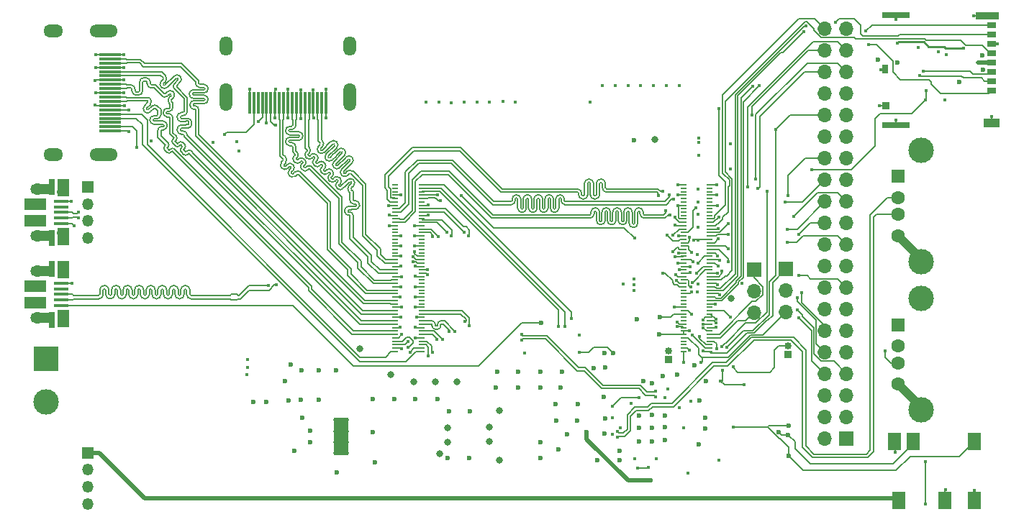
<source format=gbl>
G04 #@! TF.GenerationSoftware,KiCad,Pcbnew,(6.99.0-1603-g82820d4b1c)*
G04 #@! TF.CreationDate,2022-06-17T10:58:42+02:00*
G04 #@! TF.ProjectId,Unifying,556e6966-7969-46e6-972e-6b696361645f,rev?*
G04 #@! TF.SameCoordinates,Original*
G04 #@! TF.FileFunction,Copper,L4,Bot*
G04 #@! TF.FilePolarity,Positive*
%FSLAX46Y46*%
G04 Gerber Fmt 4.6, Leading zero omitted, Abs format (unit mm)*
G04 Created by KiCad (PCBNEW (6.99.0-1603-g82820d4b1c)) date 2022-06-17 10:58:42*
%MOMM*%
%LPD*%
G01*
G04 APERTURE LIST*
G04 #@! TA.AperFunction,ComponentPad*
%ADD10R,0.850000X0.850000*%
G04 #@! TD*
G04 #@! TA.AperFunction,ComponentPad*
%ADD11O,0.850000X0.850000*%
G04 #@! TD*
G04 #@! TA.AperFunction,ComponentPad*
%ADD12R,3.000000X3.000000*%
G04 #@! TD*
G04 #@! TA.AperFunction,ComponentPad*
%ADD13C,3.000000*%
G04 #@! TD*
G04 #@! TA.AperFunction,ComponentPad*
%ADD14R,1.700000X1.700000*%
G04 #@! TD*
G04 #@! TA.AperFunction,ComponentPad*
%ADD15O,1.700000X1.700000*%
G04 #@! TD*
G04 #@! TA.AperFunction,ComponentPad*
%ADD16C,0.500000*%
G04 #@! TD*
G04 #@! TA.AperFunction,SMDPad,CuDef*
%ADD17R,1.800000X4.400000*%
G04 #@! TD*
G04 #@! TA.AperFunction,SMDPad,CuDef*
%ADD18R,1.750000X0.400000*%
G04 #@! TD*
G04 #@! TA.AperFunction,SMDPad,CuDef*
%ADD19R,0.700000X1.825000*%
G04 #@! TD*
G04 #@! TA.AperFunction,SMDPad,CuDef*
%ADD20R,1.400000X2.000000*%
G04 #@! TD*
G04 #@! TA.AperFunction,ComponentPad*
%ADD21O,1.700000X1.300000*%
G04 #@! TD*
G04 #@! TA.AperFunction,SMDPad,CuDef*
%ADD22R,2.000000X1.300000*%
G04 #@! TD*
G04 #@! TA.AperFunction,ComponentPad*
%ADD23O,1.400000X1.000000*%
G04 #@! TD*
G04 #@! TA.AperFunction,SMDPad,CuDef*
%ADD24R,2.500000X1.425000*%
G04 #@! TD*
G04 #@! TA.AperFunction,ComponentPad*
%ADD25R,1.350000X1.350000*%
G04 #@! TD*
G04 #@! TA.AperFunction,ComponentPad*
%ADD26O,1.350000X1.350000*%
G04 #@! TD*
G04 #@! TA.AperFunction,SMDPad,CuDef*
%ADD27R,0.300000X2.600000*%
G04 #@! TD*
G04 #@! TA.AperFunction,ComponentPad*
%ADD28O,1.500000X2.300000*%
G04 #@! TD*
G04 #@! TA.AperFunction,ComponentPad*
%ADD29O,1.500000X3.300000*%
G04 #@! TD*
G04 #@! TA.AperFunction,SMDPad,CuDef*
%ADD30R,1.500000X2.000000*%
G04 #@! TD*
G04 #@! TA.AperFunction,ComponentPad*
%ADD31R,1.500000X1.600000*%
G04 #@! TD*
G04 #@! TA.AperFunction,ComponentPad*
%ADD32C,1.600000*%
G04 #@! TD*
G04 #@! TA.AperFunction,SMDPad,CuDef*
%ADD33R,1.100000X0.700000*%
G04 #@! TD*
G04 #@! TA.AperFunction,SMDPad,CuDef*
%ADD34R,0.930000X0.900000*%
G04 #@! TD*
G04 #@! TA.AperFunction,SMDPad,CuDef*
%ADD35R,0.780000X1.050000*%
G04 #@! TD*
G04 #@! TA.AperFunction,SMDPad,CuDef*
%ADD36R,3.330000X0.700000*%
G04 #@! TD*
G04 #@! TA.AperFunction,SMDPad,CuDef*
%ADD37R,1.830000X1.140000*%
G04 #@! TD*
G04 #@! TA.AperFunction,SMDPad,CuDef*
%ADD38R,2.800000X0.860000*%
G04 #@! TD*
G04 #@! TA.AperFunction,SMDPad,CuDef*
%ADD39R,0.700000X0.200000*%
G04 #@! TD*
G04 #@! TA.AperFunction,SMDPad,CuDef*
%ADD40R,2.600000X0.300000*%
G04 #@! TD*
G04 #@! TA.AperFunction,ComponentPad*
%ADD41O,2.300000X1.500000*%
G04 #@! TD*
G04 #@! TA.AperFunction,ComponentPad*
%ADD42O,3.300000X1.500000*%
G04 #@! TD*
G04 #@! TA.AperFunction,ViaPad*
%ADD43C,0.420000*%
G04 #@! TD*
G04 #@! TA.AperFunction,ViaPad*
%ADD44C,0.600000*%
G04 #@! TD*
G04 #@! TA.AperFunction,ViaPad*
%ADD45C,0.450000*%
G04 #@! TD*
G04 #@! TA.AperFunction,ViaPad*
%ADD46C,0.800000*%
G04 #@! TD*
G04 #@! TA.AperFunction,Conductor*
%ADD47C,0.127000*%
G04 #@! TD*
G04 #@! TA.AperFunction,Conductor*
%ADD48C,0.130000*%
G04 #@! TD*
G04 #@! TA.AperFunction,Conductor*
%ADD49C,0.200000*%
G04 #@! TD*
G04 #@! TA.AperFunction,Conductor*
%ADD50C,1.000000*%
G04 #@! TD*
G04 #@! TA.AperFunction,Conductor*
%ADD51C,0.500000*%
G04 #@! TD*
G04 #@! TA.AperFunction,Conductor*
%ADD52C,0.150000*%
G04 #@! TD*
G04 #@! TA.AperFunction,Conductor*
%ADD53C,0.230000*%
G04 #@! TD*
G04 APERTURE END LIST*
D10*
X172749999Y-120199999D03*
D11*
X172749999Y-119199999D03*
D12*
X99491999Y-120131999D03*
D13*
X99492000Y-125212000D03*
D10*
X186799999Y-119599999D03*
D11*
X186799999Y-118599999D03*
D14*
X193699999Y-129499999D03*
D15*
X191159999Y-129499999D03*
X193699999Y-126959999D03*
X191159999Y-126959999D03*
X193699999Y-124419999D03*
X191159999Y-124419999D03*
X193699999Y-121879999D03*
X191159999Y-121879999D03*
X193699999Y-119339999D03*
X191159999Y-119339999D03*
X193699999Y-116799999D03*
X191159999Y-116799999D03*
X193699999Y-114259999D03*
X191159999Y-114259999D03*
X193699999Y-111719999D03*
X191159999Y-111719999D03*
X193699999Y-109179999D03*
X191159999Y-109179999D03*
X193699999Y-106639999D03*
X191159999Y-106639999D03*
X193699999Y-104099999D03*
X191159999Y-104099999D03*
X193699999Y-101559999D03*
X191159999Y-101559999D03*
X193699999Y-99019999D03*
X191159999Y-99019999D03*
X193699999Y-96479999D03*
X191159999Y-96479999D03*
X193699999Y-93939999D03*
X191159999Y-93939999D03*
X193699999Y-91399999D03*
X191159999Y-91399999D03*
X193699999Y-88859999D03*
X191159999Y-88859999D03*
X193699999Y-86319999D03*
X191159999Y-86319999D03*
X193699999Y-83779999D03*
X191159999Y-83779999D03*
X193699999Y-81239999D03*
X191159999Y-81239999D03*
D16*
X133574000Y-127326000D03*
X133574000Y-128626000D03*
X133574000Y-129926000D03*
X133574000Y-131226000D03*
D17*
X134223999Y-129275999D03*
D16*
X134874000Y-127326000D03*
X134874000Y-128626000D03*
X134874000Y-129926000D03*
X134874000Y-131226000D03*
D14*
X186549999Y-109549999D03*
D15*
X186549999Y-112089999D03*
X186549999Y-114629999D03*
D14*
X182799999Y-109569999D03*
D15*
X182799999Y-112109999D03*
X182799999Y-114649999D03*
D18*
X101311999Y-113811999D03*
X101311999Y-113161999D03*
X101311999Y-112511999D03*
X101311999Y-111861999D03*
X101311999Y-111211999D03*
D19*
X100191999Y-115499499D03*
D20*
X101551999Y-115361999D03*
D21*
X98491999Y-115236999D03*
D22*
X99421999Y-115236999D03*
D23*
X101521999Y-114936999D03*
D24*
X98241999Y-113474499D03*
X98241999Y-111549499D03*
D23*
X101521999Y-110086999D03*
D21*
X98491999Y-109786999D03*
D22*
X99421999Y-109786999D03*
D20*
X101551999Y-109611999D03*
D19*
X100191999Y-109524499D03*
D25*
X104393999Y-131174999D03*
D26*
X104393999Y-133174999D03*
X104393999Y-135174999D03*
X104393999Y-137174999D03*
D27*
X132474999Y-89986749D03*
X131974999Y-89986749D03*
X131474999Y-89986749D03*
X130974999Y-89986749D03*
X130474999Y-89986749D03*
X129974999Y-89986749D03*
X129474999Y-89986749D03*
X128974999Y-89986749D03*
X128474999Y-89986749D03*
X127974999Y-89986749D03*
X127474999Y-89986749D03*
X126974999Y-89986749D03*
X126474999Y-89986749D03*
X125974999Y-89986749D03*
X125474999Y-89986749D03*
X124974999Y-89986749D03*
X124474999Y-89986749D03*
X123974999Y-89986749D03*
X123474999Y-89986749D03*
D28*
X120724999Y-83296749D03*
D29*
X120724999Y-89256749D03*
D28*
X135224999Y-83296749D03*
D29*
X135224999Y-89256749D03*
D30*
X208714999Y-136799999D03*
X208714999Y-129799999D03*
X205314999Y-136799999D03*
X201514999Y-129799999D03*
X199314999Y-129799999D03*
X199814999Y-136799999D03*
D31*
X199770999Y-116077999D03*
D32*
X199771000Y-118578000D03*
X199771000Y-120578000D03*
X199771000Y-123078000D03*
D13*
X202481000Y-113008000D03*
X202481000Y-126148000D03*
D33*
X210808999Y-88475999D03*
X210808999Y-87375999D03*
X210808999Y-86275999D03*
X210808999Y-85175999D03*
X210808999Y-84075999D03*
X210808999Y-82975999D03*
X210808999Y-81875999D03*
X210808999Y-80775999D03*
D34*
X198343999Y-90265999D03*
D35*
X198268999Y-86000999D03*
D36*
X199543999Y-92575999D03*
D37*
X210793999Y-92355999D03*
D38*
X210308999Y-79695999D03*
D36*
X199543999Y-79615999D03*
D39*
X177615999Y-99623999D03*
X174535999Y-99623999D03*
X177615999Y-100023999D03*
X174535999Y-100023999D03*
X177615999Y-100423999D03*
X174535999Y-100423999D03*
X177615999Y-100823999D03*
X174535999Y-100823999D03*
X177615999Y-101223999D03*
X174535999Y-101223999D03*
X177615999Y-101623999D03*
X174535999Y-101623999D03*
X177615999Y-102023999D03*
X174535999Y-102023999D03*
X177615999Y-102423999D03*
X174535999Y-102423999D03*
X177615999Y-102823999D03*
X174535999Y-102823999D03*
X177615999Y-103223999D03*
X174535999Y-103223999D03*
X177615999Y-103623999D03*
X174535999Y-103623999D03*
X177615999Y-104023999D03*
X174535999Y-104023999D03*
X177615999Y-104423999D03*
X174535999Y-104423999D03*
X177615999Y-104823999D03*
X174535999Y-104823999D03*
X177615999Y-105223999D03*
X174535999Y-105223999D03*
X177615999Y-105623999D03*
X174535999Y-105623999D03*
X177615999Y-106023999D03*
X174535999Y-106023999D03*
X177615999Y-106423999D03*
X174535999Y-106423999D03*
X177615999Y-106823999D03*
X174535999Y-106823999D03*
X177615999Y-107223999D03*
X174535999Y-107223999D03*
X177615999Y-107623999D03*
X174535999Y-107623999D03*
X177615999Y-108023999D03*
X174535999Y-108023999D03*
X177615999Y-108423999D03*
X174535999Y-108423999D03*
X177615999Y-108823999D03*
X174535999Y-108823999D03*
X177615999Y-109223999D03*
X174535999Y-109223999D03*
X177615999Y-109623999D03*
X174535999Y-109623999D03*
X177615999Y-110023999D03*
X174535999Y-110023999D03*
X177615999Y-110423999D03*
X174535999Y-110423999D03*
X177615999Y-110823999D03*
X174535999Y-110823999D03*
X177615999Y-111223999D03*
X174535999Y-111223999D03*
X177615999Y-111623999D03*
X174535999Y-111623999D03*
X177615999Y-112023999D03*
X174535999Y-112023999D03*
X177615999Y-112423999D03*
X174535999Y-112423999D03*
X177615999Y-112823999D03*
X174535999Y-112823999D03*
X177615999Y-113223999D03*
X174535999Y-113223999D03*
X177615999Y-113623999D03*
X174535999Y-113623999D03*
X177615999Y-114023999D03*
X174535999Y-114023999D03*
X177615999Y-114423999D03*
X174535999Y-114423999D03*
X177615999Y-114823999D03*
X174535999Y-114823999D03*
X177615999Y-115223999D03*
X174535999Y-115223999D03*
X177615999Y-115623999D03*
X174535999Y-115623999D03*
X177615999Y-116023999D03*
X174535999Y-116023999D03*
X177615999Y-116423999D03*
X174535999Y-116423999D03*
X177615999Y-116823999D03*
X174535999Y-116823999D03*
X177615999Y-117223999D03*
X174535999Y-117223999D03*
X177615999Y-117623999D03*
X174535999Y-117623999D03*
X177615999Y-118023999D03*
X174535999Y-118023999D03*
X177615999Y-118423999D03*
X174535999Y-118423999D03*
X177615999Y-118823999D03*
X174535999Y-118823999D03*
X177615999Y-119223999D03*
X174535999Y-119223999D03*
X143695999Y-99623999D03*
X140615999Y-99623999D03*
X143695999Y-100023999D03*
X140615999Y-100023999D03*
X143695999Y-100423999D03*
X140615999Y-100423999D03*
X143695999Y-100823999D03*
X140615999Y-100823999D03*
X143695999Y-101223999D03*
X140615999Y-101223999D03*
X143695999Y-101623999D03*
X140615999Y-101623999D03*
X143695999Y-102023999D03*
X140615999Y-102023999D03*
X143695999Y-102423999D03*
X140615999Y-102423999D03*
X143695999Y-102823999D03*
X140615999Y-102823999D03*
X143695999Y-103223999D03*
X140615999Y-103223999D03*
X143695999Y-103623999D03*
X140615999Y-103623999D03*
X143695999Y-104023999D03*
X140615999Y-104023999D03*
X143695999Y-104423999D03*
X140615999Y-104423999D03*
X143695999Y-104823999D03*
X140615999Y-104823999D03*
X143695999Y-105223999D03*
X140615999Y-105223999D03*
X143695999Y-105623999D03*
X140615999Y-105623999D03*
X143695999Y-106023999D03*
X140615999Y-106023999D03*
X143695999Y-106423999D03*
X140615999Y-106423999D03*
X143695999Y-106823999D03*
X140615999Y-106823999D03*
X143695999Y-107223999D03*
X140615999Y-107223999D03*
X143695999Y-107623999D03*
X140615999Y-107623999D03*
X143695999Y-108023999D03*
X140615999Y-108023999D03*
X143695999Y-108423999D03*
X140615999Y-108423999D03*
X143695999Y-108823999D03*
X140615999Y-108823999D03*
X143695999Y-109223999D03*
X140615999Y-109223999D03*
X143695999Y-109623999D03*
X140615999Y-109623999D03*
X143695999Y-110023999D03*
X140615999Y-110023999D03*
X143695999Y-110423999D03*
X140615999Y-110423999D03*
X143695999Y-110823999D03*
X140615999Y-110823999D03*
X143695999Y-111223999D03*
X140615999Y-111223999D03*
X143695999Y-111623999D03*
X140615999Y-111623999D03*
X143695999Y-112023999D03*
X140615999Y-112023999D03*
X143695999Y-112423999D03*
X140615999Y-112423999D03*
X143695999Y-112823999D03*
X140615999Y-112823999D03*
X143695999Y-113223999D03*
X140615999Y-113223999D03*
X143695999Y-113623999D03*
X140615999Y-113623999D03*
X143695999Y-114023999D03*
X140615999Y-114023999D03*
X143695999Y-114423999D03*
X140615999Y-114423999D03*
X143695999Y-114823999D03*
X140615999Y-114823999D03*
X143695999Y-115223999D03*
X140615999Y-115223999D03*
X143695999Y-115623999D03*
X140615999Y-115623999D03*
X143695999Y-116023999D03*
X140615999Y-116023999D03*
X143695999Y-116423999D03*
X140615999Y-116423999D03*
X143695999Y-116823999D03*
X140615999Y-116823999D03*
X143695999Y-117223999D03*
X140615999Y-117223999D03*
X143695999Y-117623999D03*
X140615999Y-117623999D03*
X143695999Y-118023999D03*
X140615999Y-118023999D03*
X143695999Y-118423999D03*
X140615999Y-118423999D03*
X143695999Y-118823999D03*
X140615999Y-118823999D03*
X143695999Y-119223999D03*
X140615999Y-119223999D03*
D25*
X104444999Y-99859999D03*
D26*
X104444999Y-101859999D03*
X104444999Y-103859999D03*
X104444999Y-105859999D03*
D18*
X101295999Y-104159999D03*
X101295999Y-103509999D03*
X101295999Y-102859999D03*
X101295999Y-102209999D03*
X101295999Y-101559999D03*
D19*
X100175999Y-105847499D03*
D20*
X101535999Y-105709999D03*
D21*
X98475999Y-105584999D03*
D22*
X99405999Y-105584999D03*
D23*
X101505999Y-105284999D03*
D24*
X98225999Y-103822499D03*
X98225999Y-101897499D03*
D23*
X101505999Y-100434999D03*
D21*
X98475999Y-100134999D03*
D22*
X99405999Y-100134999D03*
D20*
X101535999Y-99959999D03*
D19*
X100175999Y-99872499D03*
D40*
X107036749Y-84274999D03*
X107036749Y-84774999D03*
X107036749Y-85274999D03*
X107036749Y-85774999D03*
X107036749Y-86274999D03*
X107036749Y-86774999D03*
X107036749Y-87274999D03*
X107036749Y-87774999D03*
X107036749Y-88274999D03*
X107036749Y-88774999D03*
X107036749Y-89274999D03*
X107036749Y-89774999D03*
X107036749Y-90274999D03*
X107036749Y-90774999D03*
X107036749Y-91274999D03*
X107036749Y-91774999D03*
X107036749Y-92274999D03*
X107036749Y-92774999D03*
X107036749Y-93274999D03*
D41*
X100346749Y-96024999D03*
D42*
X106306749Y-96024999D03*
D41*
X100346749Y-81524999D03*
D42*
X106306749Y-81524999D03*
D31*
X199789999Y-98607999D03*
D32*
X199790000Y-101108000D03*
X199790000Y-103108000D03*
X199790000Y-105608000D03*
D13*
X202500000Y-95538000D03*
X202500000Y-108678000D03*
D43*
X141200000Y-116400000D03*
X142900000Y-104400000D03*
X141300000Y-106800000D03*
X142350000Y-119300000D03*
X178465988Y-100809427D03*
D44*
X163920500Y-121210471D03*
X165200000Y-128900000D03*
D45*
X208700000Y-79700000D03*
X102600000Y-111200000D03*
D43*
X176200000Y-104600000D03*
X176180000Y-112260000D03*
X176200000Y-103100000D03*
X176300000Y-96100000D03*
D44*
X176400000Y-125000000D03*
D43*
X173860000Y-99630000D03*
D45*
X132500000Y-88350000D03*
X204500000Y-83950000D03*
D43*
X145730000Y-89890000D03*
D45*
X210800000Y-91550000D03*
D44*
X177100000Y-128300000D03*
X165159694Y-124609955D03*
D43*
X141328388Y-110428005D03*
X142900000Y-106800000D03*
D45*
X199550000Y-91950000D03*
D43*
X175710000Y-106160000D03*
D44*
X125400000Y-125200000D03*
D43*
X178700000Y-132000000D03*
D45*
X205450000Y-84250000D03*
D43*
X173920000Y-105630000D03*
X141300000Y-108000000D03*
D45*
X111900000Y-94450000D03*
D44*
X155100000Y-121600000D03*
D45*
X105350000Y-84250000D03*
D43*
X147220000Y-89930000D03*
D45*
X130950000Y-88400000D03*
D43*
X155850000Y-119400000D03*
X175450923Y-112255779D03*
X141328388Y-114028005D03*
X172500000Y-87900000D03*
X145600000Y-100800000D03*
X141350000Y-117250000D03*
D46*
X140100000Y-121920000D03*
D44*
X169300000Y-126800000D03*
X169300000Y-128200000D03*
D45*
X108650000Y-85800000D03*
D43*
X176300000Y-94600000D03*
D45*
X122000000Y-94550000D03*
D44*
X123900000Y-125200000D03*
X129540000Y-121412000D03*
D43*
X141300000Y-109200000D03*
X143100000Y-115200000D03*
D45*
X128000000Y-91750000D03*
D43*
X178500000Y-109990000D03*
X151720000Y-89900000D03*
D44*
X172300000Y-126800000D03*
D43*
X143000000Y-116400000D03*
D44*
X166970500Y-132000000D03*
D45*
X98200000Y-111350000D03*
X199550000Y-80150000D03*
D43*
X174000000Y-87900000D03*
D44*
X128700000Y-130900000D03*
D43*
X142972821Y-112822790D03*
D45*
X108650000Y-87250000D03*
X98250000Y-103800000D03*
D43*
X176220000Y-108830000D03*
D44*
X162100000Y-125400000D03*
X149300000Y-131800000D03*
X146900000Y-126300000D03*
D43*
X178530000Y-111370000D03*
D44*
X165300000Y-127100000D03*
D45*
X211493351Y-83000142D03*
X132500000Y-91700000D03*
D43*
X176230000Y-111250000D03*
X141200000Y-112800000D03*
D45*
X128000000Y-88350000D03*
D44*
X165205480Y-119405480D03*
D43*
X165000000Y-87900000D03*
X143000000Y-110400000D03*
D45*
X108650000Y-84300000D03*
D44*
X138200000Y-132300000D03*
D45*
X129500000Y-88400000D03*
D43*
X178760000Y-112520000D03*
X178300000Y-113690000D03*
D44*
X165329500Y-121100000D03*
D46*
X145300000Y-122800000D03*
D44*
X173800000Y-122000000D03*
X159500000Y-125400000D03*
D43*
X153250000Y-89790000D03*
X141300000Y-100800000D03*
D44*
X177100000Y-127000000D03*
D43*
X166500000Y-87900000D03*
X178650000Y-103400000D03*
D44*
X149400000Y-126300000D03*
D43*
X173930000Y-107640000D03*
X150220000Y-89830000D03*
X141300000Y-115200000D03*
D45*
X105350000Y-88750000D03*
D44*
X146802536Y-131783982D03*
X160200000Y-121600000D03*
D43*
X169500000Y-87900000D03*
D44*
X159800000Y-130800000D03*
D43*
X171000000Y-87900000D03*
X143000000Y-117600000D03*
D44*
X157650000Y-131750000D03*
D43*
X178510000Y-102020000D03*
D45*
X126450000Y-91700000D03*
D43*
X168000000Y-87900000D03*
D44*
X176360020Y-130181459D03*
D45*
X105300000Y-87300000D03*
X105300000Y-90250000D03*
X126500000Y-88350000D03*
D44*
X175800000Y-120900000D03*
X169300000Y-129800000D03*
D43*
X144500000Y-102000000D03*
X141300000Y-105600000D03*
X173400000Y-114010000D03*
D44*
X138000000Y-128700000D03*
D43*
X175250000Y-119100000D03*
X141350000Y-118950000D03*
D45*
X108700000Y-88750000D03*
X119150000Y-94650000D03*
D43*
X173900000Y-100830000D03*
D45*
X108750000Y-90300000D03*
D44*
X170800000Y-128200000D03*
D43*
X176200000Y-100100000D03*
X178469502Y-99610000D03*
X173700000Y-110850000D03*
D44*
X169757000Y-122746858D03*
D43*
X139800000Y-102100000D03*
D44*
X170800000Y-126700000D03*
D45*
X131000000Y-91700000D03*
D44*
X164400000Y-132000000D03*
X170800000Y-129800000D03*
D43*
X139900000Y-104400000D03*
D46*
X152900000Y-132000000D03*
D45*
X98250000Y-113450000D03*
D44*
X172300000Y-129700000D03*
D45*
X202150000Y-83400000D03*
D43*
X176150000Y-107800000D03*
X144500000Y-103200000D03*
X142900000Y-105600000D03*
X176200000Y-101600000D03*
D45*
X102450000Y-101550000D03*
D44*
X157700000Y-121600000D03*
D45*
X98200000Y-101950000D03*
D44*
X170800000Y-123000000D03*
X172100000Y-122100000D03*
D46*
X142800000Y-122800000D03*
D45*
X105399413Y-85779999D03*
D43*
X143000000Y-111600000D03*
X141300000Y-111600000D03*
D45*
X129500000Y-91800000D03*
D46*
X147900000Y-122800000D03*
D43*
X154740000Y-89840000D03*
X173860000Y-102030000D03*
X176300000Y-94100000D03*
D44*
X131572000Y-121412000D03*
D43*
X139900000Y-103200000D03*
X176200000Y-106100000D03*
D44*
X152600000Y-121600000D03*
D43*
X143000000Y-114000000D03*
X148720000Y-89900000D03*
D44*
X133700000Y-133500000D03*
X172300000Y-128100000D03*
D43*
X162250000Y-117300000D03*
X173994078Y-109629097D03*
D45*
X123150000Y-122000000D03*
X123250000Y-120150000D03*
X123200000Y-121150000D03*
X110200000Y-95200000D03*
X120550000Y-93650000D03*
D44*
X157700000Y-129900000D03*
D43*
X178310000Y-116400000D03*
D44*
X131572000Y-124900000D03*
X143000000Y-124800000D03*
X130600000Y-129900000D03*
X145600000Y-124800000D03*
D43*
X176850000Y-116460000D03*
D44*
X138000000Y-124800000D03*
X160800000Y-129000000D03*
X129500000Y-124900000D03*
X128350000Y-120800000D03*
D43*
X176790000Y-115550000D03*
D44*
X130600000Y-128600000D03*
D43*
X176820000Y-116020000D03*
D44*
X177200000Y-122750000D03*
D43*
X178340000Y-115870000D03*
X178320000Y-115430000D03*
D44*
X140500000Y-124800000D03*
X128100000Y-125000000D03*
X129700000Y-127000000D03*
D45*
X122200000Y-95650000D03*
D44*
X127600000Y-122700000D03*
X133604000Y-121412000D03*
D45*
X144989080Y-105665512D03*
X145689080Y-105665512D03*
X146676512Y-105152512D03*
X147171488Y-105647488D03*
X148708512Y-105152512D03*
X149203488Y-105647488D03*
D43*
X142150000Y-118065000D03*
X142150000Y-118735000D03*
X144513119Y-119786881D03*
X144986881Y-119313119D03*
X145465000Y-117850000D03*
X146135000Y-117850000D03*
X146965000Y-116850000D03*
X147635000Y-116850000D03*
X148838119Y-115688119D03*
X149311881Y-116161881D03*
D45*
X209200000Y-85200000D03*
X180350000Y-121000000D03*
X178400000Y-118950000D03*
X176800000Y-119200000D03*
D43*
X143000000Y-109200000D03*
D45*
X126500000Y-92600000D03*
X125450000Y-92300000D03*
D43*
X142700000Y-108700000D03*
X142700000Y-108100000D03*
D45*
X124500000Y-92150000D03*
X123450000Y-88350000D03*
D43*
X142900000Y-107500000D03*
D45*
X198247000Y-119126000D03*
X176550000Y-120550000D03*
X175357144Y-111668719D03*
D43*
X166780964Y-129345000D03*
X166780964Y-128675000D03*
D45*
X103311716Y-102835000D03*
X103311716Y-103535000D03*
X173600000Y-110200000D03*
X175300000Y-109900000D03*
X187900000Y-114300000D03*
D43*
X144400000Y-110200000D03*
D45*
X109250000Y-93300000D03*
D43*
X144400000Y-109600000D03*
D45*
X109275000Y-90775000D03*
X179054537Y-109749352D03*
X188100000Y-115300000D03*
X187950000Y-112900000D03*
X175550000Y-111080000D03*
X175300000Y-109250000D03*
X176070000Y-109990000D03*
X188450000Y-112300000D03*
X181440000Y-111230000D03*
X173850000Y-108800000D03*
X188080000Y-110260000D03*
X175636082Y-108673593D03*
X178580000Y-109140000D03*
X178755500Y-108538161D03*
X186730000Y-106340000D03*
X173550000Y-108100000D03*
X173300000Y-107500000D03*
X188050000Y-105450000D03*
X178549748Y-107948994D03*
X175430000Y-107530000D03*
X187500000Y-103300000D03*
X186700000Y-104840000D03*
X179800000Y-108660000D03*
X179810000Y-107150000D03*
X186450000Y-101650000D03*
D43*
X169100000Y-132950000D03*
X170350000Y-132900000D03*
D45*
X175259550Y-105750682D03*
X178640000Y-105950000D03*
X186800000Y-100850000D03*
X172600000Y-105500000D03*
D43*
X173750000Y-116250000D03*
X172300000Y-124650000D03*
X168800000Y-131900000D03*
X175400000Y-125110000D03*
D44*
X166250000Y-119400000D03*
D43*
X172700000Y-123650000D03*
D44*
X209700000Y-84350000D03*
X162000000Y-127350000D03*
D43*
X168400000Y-125350000D03*
X173750000Y-115750000D03*
X167386000Y-111252000D03*
X174500000Y-128250000D03*
D44*
X209799414Y-86099414D03*
D43*
X166150000Y-128950000D03*
D45*
X205310000Y-89600000D03*
D44*
X159550000Y-127350000D03*
X199700000Y-85200000D03*
X167000000Y-130950000D03*
D43*
X175050000Y-133550000D03*
X162250000Y-119300000D03*
D44*
X169005480Y-115455480D03*
D43*
X174000000Y-125850000D03*
D44*
X207000000Y-87500000D03*
D43*
X171300000Y-131900000D03*
X167128865Y-128211548D03*
X166200000Y-127050000D03*
D44*
X197400000Y-84850000D03*
D43*
X125705273Y-111438392D03*
X126600000Y-111400000D03*
X171201572Y-123884057D03*
X155450000Y-117215000D03*
X155450000Y-117885000D03*
X171201572Y-124554057D03*
D45*
X176000000Y-102300000D03*
X179750000Y-105490000D03*
X179624687Y-118762191D03*
X185350000Y-93100000D03*
X179013276Y-118662389D03*
X173300000Y-105550000D03*
X184350000Y-100350000D03*
X173550000Y-104350000D03*
X183000000Y-98900000D03*
X179810000Y-104190000D03*
X183300000Y-100050000D03*
X173520000Y-103400000D03*
X182050000Y-99900000D03*
X182550000Y-91400000D03*
X178600000Y-104750000D03*
D43*
X175568038Y-117304440D03*
D45*
X196000000Y-81500000D03*
X182650000Y-88000000D03*
D44*
X152400000Y-123500000D03*
D46*
X136398000Y-118872000D03*
D44*
X163150000Y-128700000D03*
X170673672Y-134434632D03*
X155100000Y-123500000D03*
X157650000Y-123500000D03*
D45*
X102850000Y-104450000D03*
D44*
X160100000Y-123500000D03*
D45*
X188700000Y-81550000D03*
X192400000Y-80450000D03*
X202750000Y-86250000D03*
X172050000Y-110000000D03*
X202300000Y-86700000D03*
X188900000Y-80900000D03*
X183450000Y-87950000D03*
X196300000Y-83100000D03*
X189600000Y-97800000D03*
X202975000Y-89615000D03*
X203040000Y-88490000D03*
X180070000Y-115180000D03*
X175510000Y-114850000D03*
D44*
X171750000Y-115150000D03*
D43*
X208740000Y-135550000D03*
X160528000Y-116300000D03*
X159766000Y-116300000D03*
D44*
X171650000Y-117250000D03*
D43*
X175250000Y-116800000D03*
D45*
X176410000Y-117470000D03*
D43*
X174550000Y-120500000D03*
X163500000Y-89900000D03*
X144240000Y-89890000D03*
D45*
X173347488Y-101297488D03*
X172852512Y-100802512D03*
X172947488Y-103147488D03*
X172452512Y-102652512D03*
X148336000Y-100838000D03*
X168750000Y-105850000D03*
X145950000Y-101500000D03*
X172047488Y-100402512D03*
X171552512Y-100897488D03*
D43*
X205359000Y-135509000D03*
D44*
X186850000Y-129050000D03*
X185741591Y-128702764D03*
D45*
X197600000Y-90300000D03*
X197700000Y-86050000D03*
X178700000Y-90600000D03*
D43*
X179150000Y-121450000D03*
X178900000Y-122700000D03*
X181612368Y-123169297D03*
D44*
X186900000Y-128000000D03*
D43*
X180420000Y-128150000D03*
D44*
X186900000Y-131520500D03*
D43*
X166200000Y-125650000D03*
X169300000Y-124650000D03*
D45*
X207500000Y-83550000D03*
X199650000Y-82950000D03*
D43*
X168680000Y-111370000D03*
D46*
X146750000Y-128200000D03*
D45*
X180007000Y-97757000D03*
D46*
X145800000Y-131250000D03*
D43*
X168680000Y-110730000D03*
X168680000Y-112014000D03*
D46*
X151700000Y-129850000D03*
X152850000Y-126150000D03*
D44*
X168688330Y-94340352D03*
D46*
X146750000Y-129900000D03*
X151650000Y-128150000D03*
D45*
X180050000Y-94800000D03*
D46*
X180150000Y-113000000D03*
X171150000Y-94234000D03*
D43*
X199390000Y-131064000D03*
X202946000Y-132207000D03*
X202946000Y-137160000D03*
D44*
X157734000Y-115824000D03*
D43*
X161290000Y-115316000D03*
D47*
X174536000Y-100824000D02*
X173906000Y-100824000D01*
X178234000Y-113624000D02*
X178300000Y-113690000D01*
X141176000Y-116424000D02*
X141200000Y-116400000D01*
X127975000Y-89986750D02*
X127975000Y-91725000D01*
X174536000Y-99624000D02*
X173866000Y-99624000D01*
X173906000Y-100824000D02*
X173900000Y-100830000D01*
X177026000Y-108024000D02*
X176220000Y-108830000D01*
X178455502Y-99624000D02*
X178469502Y-99610000D01*
X140616000Y-116424000D02*
X141176000Y-116424000D01*
X127975000Y-89986750D02*
X127975000Y-88375000D01*
X177616000Y-100824000D02*
X178451415Y-100824000D01*
D48*
X107036750Y-84275000D02*
X105375000Y-84275000D01*
D47*
X143024000Y-110424000D02*
X143000000Y-110400000D01*
X98242000Y-113474500D02*
X98242000Y-113458000D01*
X143696000Y-100824000D02*
X145576000Y-100824000D01*
X174536000Y-118824000D02*
X174974000Y-118824000D01*
D48*
X107036750Y-87275000D02*
X105325000Y-87275000D01*
X105404412Y-85775000D02*
X105399413Y-85779999D01*
X105375000Y-88775000D02*
X105350000Y-88750000D01*
D47*
X140976000Y-117624000D02*
X141350000Y-117250000D01*
X173414000Y-114024000D02*
X173400000Y-114010000D01*
X173866000Y-102024000D02*
X173860000Y-102030000D01*
X177616000Y-112424000D02*
X178664000Y-112424000D01*
X141276000Y-109224000D02*
X141300000Y-109200000D01*
D48*
X210309000Y-79696000D02*
X208704000Y-79696000D01*
D47*
X174536000Y-103624000D02*
X174059000Y-103624000D01*
D48*
X107036750Y-85775000D02*
X108625000Y-85775000D01*
D47*
X177616000Y-111224000D02*
X178384000Y-111224000D01*
X141276000Y-100824000D02*
X141300000Y-100800000D01*
D48*
X107036750Y-87275000D02*
X108625000Y-87275000D01*
X108675000Y-88775000D02*
X108700000Y-88750000D01*
D47*
X178466000Y-110024000D02*
X178500000Y-109990000D01*
X141176000Y-112824000D02*
X141200000Y-112800000D01*
D49*
X199544000Y-92576000D02*
X199544000Y-91956000D01*
D47*
X140616000Y-109224000D02*
X141276000Y-109224000D01*
D48*
X107036750Y-88775000D02*
X105375000Y-88775000D01*
D47*
X141324383Y-114024000D02*
X141328388Y-114028005D01*
D48*
X105325000Y-87275000D02*
X105300000Y-87300000D01*
D47*
X143024000Y-114024000D02*
X143000000Y-114000000D01*
D50*
X202500000Y-108318000D02*
X202500000Y-108678000D01*
D47*
X143696000Y-116424000D02*
X143024000Y-116424000D01*
D48*
X105325000Y-90275000D02*
X105300000Y-90250000D01*
D47*
X139924000Y-104424000D02*
X139900000Y-104400000D01*
X143696000Y-103224000D02*
X144476000Y-103224000D01*
X141276000Y-115224000D02*
X141300000Y-115200000D01*
X142924000Y-104424000D02*
X142900000Y-104400000D01*
X130975000Y-91675000D02*
X131000000Y-91700000D01*
X173926000Y-105624000D02*
X173920000Y-105630000D01*
X175282702Y-112424000D02*
X175450923Y-112255779D01*
X177616000Y-102024000D02*
X178506000Y-102024000D01*
X140616000Y-112824000D02*
X141176000Y-112824000D01*
X126475000Y-89986750D02*
X126475000Y-91675000D01*
X173999175Y-109624000D02*
X173994078Y-109629097D01*
D48*
X105375000Y-84275000D02*
X105350000Y-84250000D01*
D47*
X140616000Y-111624000D02*
X141276000Y-111624000D01*
X98242000Y-111549500D02*
X98242000Y-111392000D01*
X140616000Y-117624000D02*
X140976000Y-117624000D01*
X130975000Y-89986750D02*
X130975000Y-91675000D01*
X142924000Y-105624000D02*
X142900000Y-105600000D01*
X143024000Y-116424000D02*
X143000000Y-116400000D01*
D48*
X98226000Y-103822500D02*
X98227500Y-103822500D01*
D50*
X202481000Y-125773000D02*
X202481000Y-126148000D01*
D48*
X101296000Y-101560000D02*
X102440000Y-101560000D01*
D47*
X140616000Y-104424000D02*
X139924000Y-104424000D01*
X174536000Y-109624000D02*
X173999175Y-109624000D01*
D48*
X108625000Y-85775000D02*
X108650000Y-85800000D01*
D47*
X129475000Y-88425000D02*
X129500000Y-88400000D01*
X177616000Y-99624000D02*
X178455502Y-99624000D01*
D48*
X107036750Y-90275000D02*
X108725000Y-90275000D01*
D47*
X143024000Y-117624000D02*
X143000000Y-117600000D01*
D50*
X199786000Y-123078000D02*
X202481000Y-125773000D01*
D47*
X132475000Y-88375000D02*
X132500000Y-88350000D01*
X141276000Y-105624000D02*
X141300000Y-105600000D01*
X142826000Y-118824000D02*
X142350000Y-119300000D01*
X141276000Y-106824000D02*
X141300000Y-106800000D01*
X143696000Y-102024000D02*
X144476000Y-102024000D01*
X178384000Y-111224000D02*
X178530000Y-111370000D01*
X98242000Y-113458000D02*
X98250000Y-113450000D01*
D48*
X199544000Y-80144000D02*
X199550000Y-80150000D01*
D47*
X174059000Y-103624000D02*
X173958001Y-103523001D01*
X132475000Y-89986750D02*
X132475000Y-91675000D01*
X130975000Y-88425000D02*
X130950000Y-88400000D01*
X140616000Y-118824000D02*
X141224000Y-118824000D01*
X140616000Y-105624000D02*
X141276000Y-105624000D01*
X139924000Y-103224000D02*
X139900000Y-103200000D01*
X129475000Y-91775000D02*
X129500000Y-91800000D01*
X141276000Y-108024000D02*
X141300000Y-108000000D01*
X143696000Y-105624000D02*
X142924000Y-105624000D01*
D48*
X102440000Y-101560000D02*
X102450000Y-101550000D01*
D47*
X140616000Y-102024000D02*
X139876000Y-102024000D01*
D48*
X108725000Y-90275000D02*
X108750000Y-90300000D01*
D47*
X139876000Y-102024000D02*
X139800000Y-102100000D01*
X140616000Y-108024000D02*
X141276000Y-108024000D01*
X102588000Y-111212000D02*
X102600000Y-111200000D01*
X132475000Y-91675000D02*
X132500000Y-91700000D01*
X143696000Y-104424000D02*
X142924000Y-104424000D01*
D48*
X211469209Y-82976000D02*
X211493351Y-83000142D01*
X107036750Y-90275000D02*
X105325000Y-90275000D01*
D47*
X178451415Y-100824000D02*
X178465988Y-100809427D01*
X143696000Y-114024000D02*
X143024000Y-114024000D01*
X173946000Y-107624000D02*
X173930000Y-107640000D01*
D50*
X199771000Y-123078000D02*
X199786000Y-123078000D01*
D48*
X107036750Y-85775000D02*
X105404412Y-85775000D01*
D47*
X173958001Y-102128001D02*
X173860000Y-102030000D01*
X140616000Y-103224000D02*
X139924000Y-103224000D01*
D48*
X98226000Y-101897500D02*
X98226000Y-101924000D01*
D47*
X177616000Y-110024000D02*
X178466000Y-110024000D01*
X174536000Y-112424000D02*
X175282702Y-112424000D01*
X140616000Y-110424000D02*
X141324383Y-110424000D01*
X177616000Y-106024000D02*
X175846000Y-106024000D01*
D49*
X210794000Y-91556000D02*
X210800000Y-91550000D01*
D48*
X108625000Y-87275000D02*
X108650000Y-87250000D01*
D47*
X143696000Y-111624000D02*
X143024000Y-111624000D01*
X140616000Y-100824000D02*
X141276000Y-100824000D01*
X174974000Y-118824000D02*
X175250000Y-119100000D01*
X173866000Y-99624000D02*
X173860000Y-99630000D01*
X174536000Y-114024000D02*
X173414000Y-114024000D01*
X142974031Y-112824000D02*
X142972821Y-112822790D01*
D48*
X98227500Y-103822500D02*
X98250000Y-103800000D01*
D47*
X178664000Y-112424000D02*
X178760000Y-112520000D01*
X129475000Y-89986750D02*
X129475000Y-91775000D01*
X143024000Y-111624000D02*
X143000000Y-111600000D01*
X178506000Y-102024000D02*
X178510000Y-102020000D01*
D48*
X208704000Y-79696000D02*
X208700000Y-79700000D01*
D47*
X141224000Y-118824000D02*
X141350000Y-118950000D01*
X144476000Y-103224000D02*
X144500000Y-103200000D01*
X127975000Y-91725000D02*
X128000000Y-91750000D01*
X126475000Y-88375000D02*
X126500000Y-88350000D01*
X101312000Y-111212000D02*
X102588000Y-111212000D01*
D48*
X210809000Y-82976000D02*
X211469209Y-82976000D01*
D50*
X199790000Y-105608000D02*
X202500000Y-108318000D01*
D47*
X143696000Y-110424000D02*
X143024000Y-110424000D01*
X143696000Y-112824000D02*
X142974031Y-112824000D01*
X174074000Y-111224000D02*
X173700000Y-110850000D01*
X140616000Y-114024000D02*
X141324383Y-114024000D01*
X141324383Y-110424000D02*
X141328388Y-110428005D01*
X143696000Y-117624000D02*
X143024000Y-117624000D01*
X173958001Y-103523001D02*
X173958001Y-102128001D01*
X174536000Y-102024000D02*
X173866000Y-102024000D01*
X174536000Y-105624000D02*
X173926000Y-105624000D01*
X98242000Y-111392000D02*
X98200000Y-111350000D01*
X145576000Y-100824000D02*
X145600000Y-100800000D01*
X143124000Y-115224000D02*
X143100000Y-115200000D01*
X143696000Y-115224000D02*
X143124000Y-115224000D01*
X177616000Y-104024000D02*
X178026000Y-104024000D01*
D49*
X199544000Y-91956000D02*
X199550000Y-91950000D01*
D47*
X143696000Y-118824000D02*
X142826000Y-118824000D01*
X143696000Y-106824000D02*
X142924000Y-106824000D01*
X177616000Y-113624000D02*
X178234000Y-113624000D01*
D48*
X98226000Y-101924000D02*
X98200000Y-101950000D01*
X108625000Y-84275000D02*
X108650000Y-84300000D01*
D47*
X174536000Y-107624000D02*
X173946000Y-107624000D01*
D48*
X107036750Y-84275000D02*
X108625000Y-84275000D01*
X107036750Y-88775000D02*
X108675000Y-88775000D01*
D47*
X142924000Y-106824000D02*
X142900000Y-106800000D01*
X141276000Y-111624000D02*
X141300000Y-111600000D01*
X144476000Y-102024000D02*
X144500000Y-102000000D01*
D48*
X199544000Y-79616000D02*
X199544000Y-80144000D01*
D47*
X129475000Y-89986750D02*
X129475000Y-88425000D01*
X174536000Y-111224000D02*
X174074000Y-111224000D01*
X178026000Y-104024000D02*
X178650000Y-103400000D01*
X140616000Y-115224000D02*
X141276000Y-115224000D01*
X177616000Y-108024000D02*
X177026000Y-108024000D01*
X132475000Y-89986750D02*
X132475000Y-88375000D01*
X140616000Y-106824000D02*
X141276000Y-106824000D01*
X130975000Y-89986750D02*
X130975000Y-88425000D01*
D49*
X210794000Y-92356000D02*
X210794000Y-91556000D01*
D47*
X126475000Y-91675000D02*
X126450000Y-91700000D01*
X127975000Y-88375000D02*
X128000000Y-88350000D01*
X126475000Y-89986750D02*
X126475000Y-88375000D01*
X175846000Y-106024000D02*
X175710000Y-106160000D01*
X109725000Y-92775000D02*
X107036750Y-92775000D01*
X110200000Y-93250000D02*
X109725000Y-92775000D01*
X120800000Y-93400000D02*
X123100000Y-93400000D01*
X123975000Y-92525000D02*
X123975000Y-89986750D01*
X120550000Y-93650000D02*
X120800000Y-93400000D01*
X123100000Y-93400000D02*
X123975000Y-92525000D01*
X110200000Y-95200000D02*
X110200000Y-93250000D01*
X176824000Y-116024000D02*
X176820000Y-116020000D01*
X177616000Y-115624000D02*
X178094000Y-115624000D01*
X177616000Y-116024000D02*
X176824000Y-116024000D01*
X177714000Y-114824000D02*
X178320000Y-115430000D01*
X177116000Y-115224000D02*
X176790000Y-115550000D01*
X177616000Y-115224000D02*
X177116000Y-115224000D01*
X177616000Y-116424000D02*
X178286000Y-116424000D01*
X177616000Y-116824000D02*
X177214000Y-116824000D01*
X177616000Y-114824000D02*
X177714000Y-114824000D01*
X178094000Y-115624000D02*
X178340000Y-115870000D01*
X177214000Y-116824000D02*
X176850000Y-116460000D01*
X178286000Y-116424000D02*
X178310000Y-116400000D01*
D48*
X144231001Y-105214000D02*
X144221001Y-105224000D01*
X144700166Y-105214000D02*
X144231001Y-105214000D01*
X144989080Y-105502914D02*
X144700166Y-105214000D01*
X144989080Y-105665512D02*
X144989080Y-105502914D01*
X144221001Y-105224000D02*
X143696000Y-105224000D01*
X145689080Y-105665512D02*
X144857568Y-104834000D01*
X144231001Y-104834000D02*
X144221001Y-104824000D01*
X144221001Y-104824000D02*
X143696000Y-104824000D01*
X144857568Y-104834000D02*
X144231001Y-104834000D01*
X146676512Y-105152512D02*
X145538000Y-104014000D01*
X144231001Y-104014000D02*
X144221001Y-104024000D01*
X144221001Y-104024000D02*
X143696000Y-104024000D01*
X145538000Y-104014000D02*
X144231001Y-104014000D01*
X147276023Y-105400839D02*
X147276023Y-104904185D01*
X146086339Y-103714501D02*
X143786501Y-103714501D01*
X147276023Y-104904185D02*
X146086339Y-103714501D01*
X147171488Y-105505374D02*
X147276023Y-105400839D01*
X147171488Y-105647488D02*
X147171488Y-105505374D01*
X143786501Y-103714501D02*
X143696000Y-103624000D01*
X148708512Y-105152512D02*
X146341499Y-102785499D01*
X143734501Y-102785499D02*
X143696000Y-102824000D01*
X146341499Y-102785499D02*
X143734501Y-102785499D01*
X149308023Y-104904185D02*
X148956839Y-104553001D01*
X148956839Y-104553001D02*
X148646403Y-104553001D01*
X144221001Y-102424000D02*
X143696000Y-102424000D01*
X149203488Y-105505374D02*
X149308023Y-105400839D01*
X144231001Y-102434000D02*
X144221001Y-102424000D01*
X148646403Y-104553001D02*
X146527402Y-102434000D01*
X149308023Y-105400839D02*
X149308023Y-104904185D01*
X149203488Y-105647488D02*
X149203488Y-105505374D01*
X146527402Y-102434000D02*
X144231001Y-102434000D01*
X142135000Y-118065000D02*
X141800000Y-118400000D01*
X141226000Y-118424000D02*
X140616000Y-118424000D01*
X141250000Y-118400000D02*
X141226000Y-118424000D01*
X141800000Y-118400000D02*
X141250000Y-118400000D01*
X142150000Y-118065000D02*
X142135000Y-118065000D01*
X142150000Y-118735000D02*
X142165000Y-118735000D01*
X141913000Y-117550000D02*
X141439000Y-118024000D01*
X141439000Y-118024000D02*
X140616000Y-118024000D01*
X142700000Y-117950000D02*
X142300000Y-117550000D01*
X142300000Y-117550000D02*
X141913000Y-117550000D01*
X142165000Y-118735000D02*
X142700000Y-118200000D01*
X142700000Y-118200000D02*
X142700000Y-117950000D01*
X144513119Y-118731821D02*
X144195298Y-118414000D01*
X144513119Y-119786881D02*
X144513119Y-118731821D01*
X144195298Y-118414000D02*
X143956000Y-118414000D01*
X143956000Y-118414000D02*
X143946000Y-118424000D01*
X143946000Y-118424000D02*
X143696000Y-118424000D01*
X143946000Y-118024000D02*
X143696000Y-118024000D01*
X144893120Y-118574418D02*
X144352702Y-118034000D01*
X143956000Y-118034000D02*
X143946000Y-118024000D01*
X144893120Y-119219358D02*
X144893120Y-118574418D01*
X144352702Y-118034000D02*
X143956000Y-118034000D01*
X144986881Y-119313119D02*
X144893120Y-119219358D01*
X145465000Y-117850000D02*
X145465000Y-117717402D01*
X145465000Y-117717402D02*
X144961598Y-117214000D01*
X144961598Y-117214000D02*
X144231001Y-117214000D01*
X144221001Y-117224000D02*
X143696000Y-117224000D01*
X144231001Y-117214000D02*
X144221001Y-117224000D01*
X144231001Y-116834000D02*
X144221001Y-116824000D01*
X144221001Y-116824000D02*
X143696000Y-116824000D01*
X146135000Y-117850000D02*
X145119000Y-116834000D01*
X145119000Y-116834000D02*
X144231001Y-116834000D01*
X144944000Y-116024000D02*
X144944000Y-116214000D01*
X144231001Y-116014000D02*
X144934000Y-116014000D01*
X145964000Y-116214000D02*
X145964000Y-116024000D01*
X145974000Y-116014000D02*
X146214000Y-116014000D01*
X145334000Y-116604000D02*
X145574000Y-116604000D01*
X144221001Y-116024000D02*
X144231001Y-116014000D01*
X143696000Y-116024000D02*
X144221001Y-116024000D01*
X146965000Y-116717402D02*
X146965000Y-116850000D01*
X146261598Y-116014000D02*
X146965000Y-116717402D01*
X146214000Y-116014000D02*
X146261598Y-116014000D01*
X145974000Y-116014000D02*
G75*
G03*
X145964000Y-116024000I0J-10000D01*
G01*
X144944000Y-116024000D02*
G75*
G03*
X144934000Y-116014000I-10000J0D01*
G01*
X144944000Y-116214000D02*
G75*
G03*
X145334000Y-116604000I390000J0D01*
G01*
X145574000Y-116604000D02*
G75*
G03*
X145964000Y-116214000I0J390000D01*
G01*
X144231001Y-115634000D02*
X144934000Y-115634000D01*
X145584000Y-116214000D02*
X145584000Y-116024000D01*
X145324000Y-116024000D02*
X145324000Y-116214000D01*
X145334000Y-116224000D02*
X145574000Y-116224000D01*
X144221001Y-115624000D02*
X144231001Y-115634000D01*
X146214000Y-115634000D02*
X146419000Y-115634000D01*
X145974000Y-115634000D02*
X146214000Y-115634000D01*
X143696000Y-115624000D02*
X144221001Y-115624000D01*
X146419000Y-115634000D02*
X147635000Y-116850000D01*
X145324000Y-116214000D02*
G75*
G03*
X145334000Y-116224000I10000J0D01*
G01*
X145574000Y-116224000D02*
G75*
G03*
X145584000Y-116214000I0J10000D01*
G01*
X145324000Y-116024000D02*
G75*
G03*
X144934000Y-115634000I-390000J0D01*
G01*
X145974000Y-115634000D02*
G75*
G03*
X145584000Y-116024000I0J-390000D01*
G01*
X144231001Y-114814000D02*
X144221001Y-114824000D01*
X148838119Y-115688119D02*
X148931880Y-115594358D01*
X144221001Y-114824000D02*
X143696000Y-114824000D01*
X148931880Y-115594358D02*
X148931880Y-115450582D01*
X148931880Y-115450582D02*
X148295298Y-114814000D01*
X148295298Y-114814000D02*
X144231001Y-114814000D01*
X149311881Y-115293179D02*
X148452702Y-114434000D01*
X144221001Y-114424000D02*
X143696000Y-114424000D01*
X148452702Y-114434000D02*
X144231001Y-114434000D01*
X144231001Y-114434000D02*
X144221001Y-114424000D01*
X149311881Y-116161881D02*
X149311881Y-115293179D01*
D51*
X209200000Y-85200000D02*
X210785000Y-85200000D01*
X210785000Y-85200000D02*
X210809000Y-85176000D01*
D47*
X185750000Y-118600000D02*
X186800000Y-118600000D01*
X185250000Y-121150000D02*
X185250000Y-119100000D01*
X178093000Y-118024000D02*
X178400000Y-118331000D01*
X178400000Y-118331000D02*
X178400000Y-118950000D01*
X185250000Y-119100000D02*
X185750000Y-118600000D01*
X180350000Y-121000000D02*
X180350000Y-121140000D01*
X184700000Y-121700000D02*
X185250000Y-121150000D01*
X180350000Y-121140000D02*
X180910000Y-121700000D01*
X180910000Y-121700000D02*
X184700000Y-121700000D01*
X177616000Y-118024000D02*
X178093000Y-118024000D01*
X177616000Y-119224000D02*
X176824000Y-119224000D01*
X179618305Y-119388001D02*
X177780001Y-119388001D01*
X185000000Y-111100000D02*
X185000000Y-115000000D01*
X184356033Y-115556729D02*
X182856250Y-117056511D01*
X177780001Y-119388001D02*
X177616000Y-119224000D01*
X185000000Y-115000000D02*
X184443271Y-115556729D01*
X182856250Y-117056511D02*
X181949795Y-117056511D01*
X184443271Y-115556729D02*
X184356033Y-115556729D01*
X181949795Y-117056511D02*
X179618305Y-119388001D01*
X186550000Y-109550000D02*
X185000000Y-111100000D01*
X176824000Y-119224000D02*
X176800000Y-119200000D01*
X177616000Y-117224000D02*
X178750959Y-117224000D01*
X183035041Y-113350000D02*
X183843011Y-112542030D01*
X183843011Y-112542030D02*
X183843011Y-111590011D01*
X182624959Y-113350000D02*
X183035041Y-113350000D01*
X182800000Y-110547000D02*
X182800000Y-109570000D01*
X183843011Y-111590011D02*
X182800000Y-110547000D01*
X178750959Y-117224000D02*
X182624959Y-113350000D01*
X182800000Y-114650000D02*
X181806511Y-115643489D01*
X178876000Y-117624000D02*
X177616000Y-117624000D01*
X180856511Y-115643489D02*
X178876000Y-117624000D01*
X181806511Y-115643489D02*
X180856511Y-115643489D01*
D48*
X134254669Y-96904669D02*
X134254670Y-96904670D01*
X132578823Y-94960121D02*
X132998097Y-94540844D01*
X134747563Y-98221973D02*
X134747563Y-98221974D01*
X133842464Y-97316874D02*
X133842464Y-97316875D01*
X134389021Y-96770319D02*
X134808295Y-96351042D01*
X132444472Y-95094472D02*
X132578823Y-94960121D01*
X131915000Y-91996751D02*
X131915000Y-94296298D01*
X134254670Y-96904670D02*
X134389021Y-96770319D01*
X131848419Y-95506678D02*
X131848419Y-95506677D01*
X133842464Y-97316875D02*
X134254669Y-96904669D01*
X135529548Y-97072295D02*
X135529548Y-97072294D01*
X132032266Y-95506676D02*
X132032266Y-95506677D01*
X132034350Y-95136899D02*
X132034350Y-95136900D01*
X133349570Y-95999570D02*
X133349571Y-95999571D01*
X132034350Y-95136900D02*
X131848419Y-95322830D01*
X134624449Y-96167196D02*
X134624449Y-96167195D01*
X135529548Y-97072294D02*
X134563716Y-98038127D01*
X139502702Y-108424000D02*
X140616000Y-108424000D01*
X132444471Y-95094471D02*
X132444472Y-95094472D01*
X138890000Y-107171298D02*
X138890000Y-107811298D01*
X132032266Y-95506677D02*
X132444471Y-95094471D01*
X134624449Y-96167195D02*
X133658617Y-97133028D01*
X133719350Y-95262096D02*
X132753518Y-96227929D01*
X133719350Y-95262097D02*
X133719350Y-95262096D01*
X132753519Y-96411776D02*
X132753518Y-96411776D01*
X132937365Y-96411776D02*
X133349570Y-95999570D01*
X137140000Y-105421298D02*
X138890000Y-107171298D01*
X131915000Y-94296298D02*
X132034350Y-94415649D01*
X138890000Y-107811298D02*
X139502702Y-108424000D01*
X137140000Y-99521298D02*
X137140000Y-105421298D01*
X134563717Y-98221974D02*
X134563716Y-98221974D01*
X134747563Y-98221974D02*
X134933493Y-98036043D01*
X133483922Y-95865220D02*
X133903196Y-95445943D01*
X135654745Y-98036043D02*
X135654744Y-98036043D01*
X135654744Y-98036043D02*
X137140000Y-99521298D01*
X133658618Y-97316875D02*
X133658617Y-97316875D01*
X133349571Y-95999571D02*
X133483922Y-95865220D01*
X131975000Y-89986750D02*
X131975000Y-91936751D01*
X132937365Y-96411775D02*
X132937365Y-96411776D01*
X131975000Y-91936751D02*
X131915000Y-91996751D01*
X132753477Y-96411817D02*
G75*
G03*
X132937365Y-96411775I91923J91917D01*
G01*
X134563666Y-98038077D02*
G75*
G03*
X134563717Y-98221974I91934J-91923D01*
G01*
X133719379Y-95262126D02*
G75*
G03*
X133719351Y-94540846I-360679J360626D01*
G01*
X131848465Y-95322876D02*
G75*
G03*
X131848419Y-95506678I91835J-91924D01*
G01*
X134563677Y-98222013D02*
G75*
G03*
X134747563Y-98221973I91923J92013D01*
G01*
X135529579Y-97072326D02*
G75*
G03*
X135529549Y-96351044I-360679J360626D01*
G01*
X135654744Y-98036044D02*
G75*
G03*
X134933494Y-98036044I-360625J-360626D01*
G01*
X134624428Y-95445967D02*
G75*
G03*
X133903196Y-95445943I-360628J-360633D01*
G01*
X133719328Y-94540869D02*
G75*
G03*
X132998097Y-94540844I-360628J-360631D01*
G01*
X132034375Y-95136924D02*
G75*
G03*
X132034349Y-94415650I-360675J360624D01*
G01*
X134624479Y-96167226D02*
G75*
G03*
X134624450Y-95445945I-360679J360626D01*
G01*
X131848378Y-95506718D02*
G75*
G03*
X132032265Y-95506675I91922J91918D01*
G01*
X133658667Y-97133078D02*
G75*
G03*
X133658619Y-97316874I91833J-91922D01*
G01*
X135529527Y-96351066D02*
G75*
G03*
X134808296Y-96351043I-360627J-360634D01*
G01*
X132753567Y-96227978D02*
G75*
G03*
X132753520Y-96411775I91833J-91922D01*
G01*
X133658578Y-97316914D02*
G75*
G03*
X133842463Y-97316873I91922J92014D01*
G01*
X131475000Y-91936751D02*
X131535000Y-91996751D01*
X131535000Y-94453702D02*
X131765649Y-94684350D01*
X134295015Y-98490676D02*
X134295014Y-98490676D01*
X135260846Y-96803592D02*
X134295014Y-97769425D01*
X135386042Y-98304745D02*
X136760000Y-99678702D01*
X131765649Y-94868198D02*
X131579718Y-95054128D01*
X138510000Y-107328702D02*
X138510000Y-107968702D01*
X135260846Y-96803593D02*
X135260846Y-96803592D01*
X134111166Y-97585576D02*
X134111166Y-97585577D01*
X136760000Y-105578702D02*
X138510000Y-107328702D01*
X135016265Y-98490675D02*
X135016265Y-98490676D01*
X133389916Y-97585577D02*
X133389915Y-97585577D01*
X135386043Y-98304745D02*
X135386042Y-98304745D01*
X131535000Y-91996751D02*
X131535000Y-94453702D01*
X134657723Y-97039022D02*
X135076999Y-96619746D01*
X133206067Y-96680478D02*
X133618272Y-96268272D01*
X135016265Y-98490676D02*
X135202195Y-98304745D01*
X131579718Y-95775380D02*
X131579718Y-95775379D01*
X132300969Y-95775378D02*
X132300969Y-95775379D01*
X132484817Y-96680478D02*
X132484816Y-96680478D01*
X134111166Y-97585577D02*
X134523371Y-97173371D01*
X133206067Y-96680477D02*
X133206067Y-96680478D01*
X134523371Y-97173371D02*
X134657723Y-97039022D01*
X134355747Y-95898493D02*
X133389915Y-96864326D01*
X131475000Y-89986750D02*
X131475000Y-91936751D01*
X133450648Y-94993395D02*
X133450648Y-94993394D01*
X132300969Y-95775379D02*
X132713173Y-95363173D01*
X136760000Y-99678702D02*
X136760000Y-105578702D01*
X133618272Y-96268272D02*
X133752624Y-96133923D01*
X134355747Y-95898494D02*
X134355747Y-95898493D01*
X132847525Y-95228824D02*
X133266801Y-94809548D01*
X133752624Y-96133923D02*
X134171900Y-95714647D01*
X139365298Y-108824000D02*
X140616000Y-108824000D01*
X132713173Y-95363173D02*
X132847525Y-95228824D01*
X138510000Y-107968702D02*
X139365298Y-108824000D01*
X133450648Y-94993394D02*
X132484816Y-95959227D01*
X133389965Y-96864376D02*
G75*
G03*
X133389917Y-97585576I360535J-360624D01*
G01*
X133389876Y-97585616D02*
G75*
G03*
X134111165Y-97585575I360624J360716D01*
G01*
X132484865Y-95959276D02*
G75*
G03*
X132484818Y-96680477I360535J-360624D01*
G01*
X134294975Y-98490715D02*
G75*
G03*
X135016265Y-98490675I360625J360715D01*
G01*
X135260877Y-96803624D02*
G75*
G03*
X135260847Y-96619746I-91977J91924D01*
G01*
X131765675Y-94868224D02*
G75*
G03*
X131765649Y-94684350I-91975J91924D01*
G01*
X132484775Y-96680519D02*
G75*
G03*
X133206067Y-96680477I360625J360619D01*
G01*
X131579675Y-95775422D02*
G75*
G03*
X132300969Y-95775378I360625J360622D01*
G01*
X134355777Y-95898524D02*
G75*
G03*
X134355748Y-95714647I-91977J91924D01*
G01*
X133450648Y-94809549D02*
G75*
G03*
X133266802Y-94809549I-91923J-91924D01*
G01*
X135260846Y-96619747D02*
G75*
G03*
X135077000Y-96619747I-91923J-91924D01*
G01*
X133450677Y-94993424D02*
G75*
G03*
X133450649Y-94809548I-91977J91924D01*
G01*
X131579764Y-95054174D02*
G75*
G03*
X131579718Y-95775380I360536J-360626D01*
G01*
X134294964Y-97769375D02*
G75*
G03*
X134295015Y-98490676I360636J-360625D01*
G01*
X134355747Y-95714648D02*
G75*
G03*
X134171901Y-95714648I-91923J-91924D01*
G01*
X135386042Y-98304746D02*
G75*
G03*
X135202196Y-98304746I-91923J-91924D01*
G01*
X133995395Y-99702502D02*
X134094391Y-99801498D01*
X131463945Y-97086201D02*
X131598295Y-96951850D01*
X131315452Y-96046751D02*
X131414449Y-96145748D01*
X135071600Y-102540000D02*
X135071600Y-102803200D01*
X133224647Y-98578200D02*
X133224647Y-98578201D01*
X130509350Y-95862904D02*
X130374999Y-95997254D01*
X130374998Y-96082105D02*
X130374999Y-96082106D01*
X131414449Y-96768003D02*
X131280098Y-96902353D01*
X134030748Y-98762047D02*
X134030749Y-98762048D01*
X132185197Y-97892304D02*
X132284193Y-97991300D01*
X137790000Y-107921298D02*
X137790000Y-108641298D01*
X133090296Y-98797403D02*
X133189292Y-98896399D01*
X132369045Y-97991300D02*
X132369044Y-97991300D01*
X135437897Y-100169194D02*
X135640000Y-100371298D01*
X136406800Y-101966800D02*
X136406800Y-102030000D01*
X130374999Y-96082106D02*
X130473995Y-96181102D01*
X133125650Y-97856949D02*
X133224647Y-97955946D01*
X132220551Y-96951850D02*
X132319548Y-97050847D01*
X130475000Y-89986750D02*
X130475000Y-91936751D01*
X135738400Y-101488400D02*
X135928400Y-101488400D01*
X137790000Y-108641298D02*
X138782702Y-109634000D01*
X130558847Y-96181102D02*
X130558846Y-96181102D01*
X135640000Y-105771298D02*
X137790000Y-107921298D01*
X133274144Y-98896399D02*
X133274143Y-98896399D01*
X135450000Y-102508400D02*
X135450000Y-102540000D01*
X131414449Y-96768002D02*
X131414449Y-96768003D01*
X131463946Y-97086201D02*
X131463945Y-97086201D01*
X138782702Y-109634000D02*
X140080999Y-109634000D01*
X131280097Y-96987204D02*
X131280098Y-96987205D01*
X134129746Y-99483300D02*
X133995395Y-99617650D01*
X135640000Y-100371298D02*
X135640000Y-101390000D01*
X130475000Y-91936751D02*
X130415000Y-91996751D01*
X133995394Y-99702501D02*
X133995395Y-99702502D01*
X132319548Y-97673102D02*
X132185197Y-97807452D01*
X132369044Y-97991300D02*
X132503394Y-97856949D01*
X135738400Y-102508400D02*
X135450000Y-102508400D01*
X135685383Y-99737859D02*
X135437897Y-99985346D01*
X132220550Y-96951849D02*
X132220551Y-96951850D01*
X135640000Y-104303954D02*
X135640000Y-105771298D01*
X132319548Y-97673101D02*
X132319548Y-97673102D01*
X133125649Y-97856948D02*
X133125650Y-97856949D01*
X140080999Y-109634000D02*
X140090999Y-109624000D01*
X131280098Y-96987205D02*
X131379094Y-97086201D01*
X130558846Y-96181102D02*
X130693196Y-96046751D01*
X134129746Y-99483299D02*
X134129746Y-99483300D01*
X140090999Y-109624000D02*
X140616000Y-109624000D01*
X131315451Y-96046750D02*
X131315452Y-96046751D01*
X133274143Y-98896399D02*
X133408493Y-98762048D01*
X130509350Y-95862903D02*
X130509350Y-95862904D01*
X135685383Y-99737860D02*
X135685383Y-99737859D01*
X134030749Y-98762048D02*
X134129746Y-98861045D01*
X134179242Y-99801498D02*
X134964130Y-99016607D01*
X132185196Y-97892303D02*
X132185197Y-97892304D01*
X134179243Y-99801498D02*
X134179242Y-99801498D01*
X133090295Y-98797402D02*
X133090296Y-98797403D01*
X130415000Y-91996751D02*
X130415000Y-95146298D01*
X135071600Y-102803200D02*
X135261600Y-102803200D01*
X133224647Y-98578201D02*
X133090296Y-98712551D01*
X135640000Y-103181600D02*
X135640000Y-104303954D01*
X135928400Y-102508400D02*
X135738400Y-102508400D01*
X130415000Y-95146298D02*
X130509350Y-95240649D01*
X135450000Y-102540000D02*
X135071600Y-102540000D01*
X130509374Y-95862927D02*
G75*
G03*
X130509350Y-95240649I-311174J311127D01*
G01*
X135928400Y-102508400D02*
G75*
G03*
X136406800Y-102030000I0J478400D01*
G01*
X135685427Y-99016566D02*
G75*
G03*
X134964131Y-99016608I-360627J-360634D01*
G01*
X131280119Y-96902374D02*
G75*
G03*
X131280097Y-96987204I42381J-42426D01*
G01*
X133125627Y-97856970D02*
G75*
G03*
X132503394Y-97856949I-311127J-311130D01*
G01*
X132284193Y-97991300D02*
G75*
G03*
X132369045Y-97991300I42426J42427D01*
G01*
X132319574Y-97673127D02*
G75*
G03*
X132319548Y-97050847I-311174J311127D01*
G01*
X135640000Y-103181600D02*
G75*
G03*
X135261600Y-102803200I-378400J0D01*
G01*
X132220526Y-96951873D02*
G75*
G03*
X131598296Y-96951851I-311126J-311127D01*
G01*
X130473995Y-96181102D02*
G75*
G03*
X130558847Y-96181102I42426J42427D01*
G01*
X133090319Y-98712574D02*
G75*
G03*
X133090295Y-98797402I42381J-42426D01*
G01*
X135640000Y-101390000D02*
G75*
G03*
X135738400Y-101488400I98400J0D01*
G01*
X133189292Y-98896399D02*
G75*
G03*
X133274144Y-98896399I42426J42427D01*
G01*
X135437927Y-99985376D02*
G75*
G03*
X135437897Y-100169194I91873J-91924D01*
G01*
X132185219Y-97807474D02*
G75*
G03*
X132185196Y-97892303I42381J-42426D01*
G01*
X136406800Y-101966800D02*
G75*
G03*
X135928400Y-101488400I-478400J0D01*
G01*
X131414474Y-96768027D02*
G75*
G03*
X131414449Y-96145748I-311174J311127D01*
G01*
X134030727Y-98762068D02*
G75*
G03*
X133408493Y-98762048I-311127J-311132D01*
G01*
X134129774Y-99483327D02*
G75*
G03*
X134129746Y-98861045I-311174J311127D01*
G01*
X133995419Y-99617674D02*
G75*
G03*
X133995394Y-99702501I42381J-42426D01*
G01*
X131315427Y-96046774D02*
G75*
G03*
X130693196Y-96046751I-311127J-311126D01*
G01*
X134094391Y-99801498D02*
G75*
G03*
X134179243Y-99801498I42426J42427D01*
G01*
X133224674Y-98578227D02*
G75*
G03*
X133224647Y-97955946I-311174J311127D01*
G01*
X130375019Y-95997274D02*
G75*
G03*
X130374998Y-96082105I42381J-42426D01*
G01*
X131379094Y-97086201D02*
G75*
G03*
X131463946Y-97086201I42426J42427D01*
G01*
X135685348Y-99737825D02*
G75*
G03*
X135685383Y-99016610I-360548J360625D01*
G01*
X134693200Y-102538400D02*
X134693200Y-102801600D01*
X131732649Y-97354903D02*
X131732648Y-97354903D01*
X132856949Y-98125651D02*
X132955946Y-98224647D01*
X133542846Y-99165101D02*
X133677196Y-99030750D01*
X136026800Y-101966800D02*
X136026800Y-102030000D01*
X134447945Y-100070200D02*
X134759071Y-99759071D01*
X140080999Y-110014000D02*
X140090999Y-110024000D01*
X131046751Y-96315453D02*
X131145748Y-96414449D01*
X131011396Y-97255906D02*
X131011397Y-97255907D01*
X131951849Y-97220551D02*
X131951850Y-97220552D01*
X133726693Y-99971203D02*
X133726694Y-99971204D01*
X130035000Y-95303702D02*
X130240649Y-95509350D01*
X138625298Y-110014000D02*
X140080999Y-110014000D01*
X137410000Y-108798702D02*
X138625298Y-110014000D01*
X131916495Y-98161005D02*
X131916496Y-98161006D01*
X135416681Y-99469158D02*
X135416681Y-99469157D01*
X135450000Y-102160000D02*
X135071600Y-102160000D01*
X131011397Y-97255907D02*
X131110393Y-97354903D01*
X135260000Y-105928702D02*
X137410000Y-108078702D01*
X135261600Y-103180000D02*
X135260000Y-104303954D01*
X130240649Y-95594202D02*
X130106298Y-95728552D01*
X137410000Y-108078702D02*
X137410000Y-108798702D01*
X135071600Y-103180000D02*
X135261600Y-103180000D01*
X131951850Y-97220552D02*
X132050847Y-97319548D01*
X131145748Y-96499301D02*
X131011397Y-96633651D01*
X132821594Y-99066104D02*
X132821595Y-99066105D01*
X140090999Y-110024000D02*
X140616000Y-110024000D01*
X133726694Y-99971204D02*
X133825690Y-100070200D01*
X131732648Y-97354903D02*
X131866998Y-97220552D01*
X130035000Y-91996751D02*
X130035000Y-95303702D01*
X132821595Y-99066105D02*
X132920591Y-99165101D01*
X131916496Y-98161006D02*
X132015492Y-98260002D01*
X133762047Y-99030749D02*
X133762048Y-99030750D01*
X133762048Y-99030750D02*
X133861045Y-99129746D01*
X135260000Y-104303954D02*
X135260000Y-105928702D01*
X135450000Y-102128400D02*
X135450000Y-102160000D01*
X135169195Y-100437896D02*
X135260000Y-100528702D01*
X129975000Y-89986750D02*
X129975000Y-91936751D01*
X132050847Y-97404400D02*
X131916496Y-97538750D01*
X130106297Y-96350807D02*
X130106298Y-96350808D01*
X135260000Y-100528702D02*
X135260000Y-101390000D01*
X132637748Y-98260002D02*
X132637747Y-98260002D01*
X129975000Y-91936751D02*
X130035000Y-91996751D01*
X132856948Y-98125650D02*
X132856949Y-98125651D01*
X132637747Y-98260002D02*
X132772097Y-98125651D01*
X131046750Y-96315452D02*
X131046751Y-96315453D01*
X130827549Y-96449804D02*
X130961899Y-96315453D01*
X135416681Y-99469157D02*
X135169195Y-99716644D01*
X130106298Y-96350808D02*
X130205294Y-96449804D01*
X134447946Y-100070200D02*
X134447945Y-100070200D01*
X130827550Y-96449804D02*
X130827549Y-96449804D01*
X135928400Y-102128400D02*
X135738400Y-102128400D01*
X135738400Y-102128400D02*
X135450000Y-102128400D01*
X132955946Y-98309499D02*
X132821595Y-98443849D01*
X135738400Y-101868400D02*
X135928400Y-101868400D01*
X133542847Y-99165101D02*
X133542846Y-99165101D01*
X134850996Y-99667149D02*
X135232834Y-99285311D01*
X133861045Y-99214598D02*
X133726694Y-99348948D01*
X134759071Y-99759071D02*
X134850996Y-99667149D01*
X131046725Y-96315477D02*
G75*
G03*
X130961899Y-96315453I-42425J-42423D01*
G01*
X130205294Y-96449804D02*
G75*
G03*
X130827550Y-96449804I311128J311129D01*
G01*
X133825690Y-100070200D02*
G75*
G03*
X134447946Y-100070200I311128J311129D01*
G01*
X132920591Y-99165101D02*
G75*
G03*
X133542847Y-99165101I311128J311129D01*
G01*
X134693200Y-102801600D02*
G75*
G03*
X135071600Y-103180000I378400J0D01*
G01*
X130240673Y-95594226D02*
G75*
G03*
X130240649Y-95509350I-42473J42426D01*
G01*
X131110393Y-97354903D02*
G75*
G03*
X131732649Y-97354903I311128J311129D01*
G01*
X135071600Y-102160000D02*
G75*
G03*
X134693200Y-102538400I0J-378400D01*
G01*
X135416681Y-99285312D02*
G75*
G03*
X135232835Y-99285312I-91923J-91924D01*
G01*
X132015492Y-98260002D02*
G75*
G03*
X132637748Y-98260002I311128J311129D01*
G01*
X130106319Y-95728573D02*
G75*
G03*
X130106298Y-96350806I311081J-311127D01*
G01*
X132050873Y-97404426D02*
G75*
G03*
X132050847Y-97319548I-42473J42426D01*
G01*
X132955973Y-98309526D02*
G75*
G03*
X132955946Y-98224647I-42473J42426D01*
G01*
X135260000Y-101390000D02*
G75*
G03*
X135738400Y-101868400I478400J0D01*
G01*
X135416646Y-99469123D02*
G75*
G03*
X135416681Y-99285312I-91846J91923D01*
G01*
X131145773Y-96499326D02*
G75*
G03*
X131145748Y-96414449I-42473J42426D01*
G01*
X135169225Y-99716674D02*
G75*
G03*
X135169195Y-100437896I360575J-360626D01*
G01*
X133726719Y-99348973D02*
G75*
G03*
X133726694Y-99971202I311081J-311127D01*
G01*
X131916519Y-97538773D02*
G75*
G03*
X131916496Y-98161004I311081J-311127D01*
G01*
X135928400Y-102128400D02*
G75*
G03*
X136026800Y-102030000I0J98400D01*
G01*
X132856925Y-98125673D02*
G75*
G03*
X132772097Y-98125651I-42425J-42427D01*
G01*
X131951825Y-97220575D02*
G75*
G03*
X131866998Y-97220552I-42425J-42425D01*
G01*
X131011419Y-96633673D02*
G75*
G03*
X131011397Y-97255905I311081J-311127D01*
G01*
X133762024Y-99030772D02*
G75*
G03*
X133677197Y-99030751I-42424J-42428D01*
G01*
X132821619Y-98443873D02*
G75*
G03*
X132821595Y-99066103I311081J-311127D01*
G01*
X136026800Y-101966800D02*
G75*
G03*
X135928400Y-101868400I-98400J0D01*
G01*
X133861073Y-99214626D02*
G75*
G03*
X133861045Y-99129746I-42473J42426D01*
G01*
X138172702Y-110834000D02*
X140080999Y-110834000D01*
X130771390Y-97452688D02*
X134340000Y-101021298D01*
X128205000Y-93355000D02*
X128405000Y-93355000D01*
X129866291Y-96547588D02*
X129866291Y-96547589D01*
X128405000Y-93095000D02*
X128205000Y-93095000D01*
X128949998Y-96558785D02*
X129073154Y-96681941D01*
X129855097Y-97463884D02*
X129978253Y-97587040D01*
X128915000Y-94375000D02*
X128205000Y-94375000D01*
X140080999Y-110834000D02*
X140090999Y-110824000D01*
X129084350Y-96363743D02*
X128949998Y-96498094D01*
X129133845Y-96681942D02*
X129133845Y-96681941D01*
X136590000Y-109251298D02*
X138172702Y-110834000D01*
X128949997Y-96558785D02*
X128949998Y-96558785D01*
X128915000Y-95145000D02*
X128915000Y-95596298D01*
X129133845Y-96681941D02*
X129268196Y-96547589D01*
X128205000Y-94635000D02*
X128405000Y-94635000D01*
X129245000Y-94375000D02*
X128915000Y-94375000D01*
X128975000Y-89986750D02*
X128975000Y-91936751D01*
X129989449Y-97268842D02*
X129855097Y-97403193D01*
X136590000Y-108621298D02*
X136590000Y-109251298D01*
X128975000Y-91936751D02*
X128915000Y-91996751D01*
X128405000Y-93355000D02*
X129245000Y-93355000D01*
X140090999Y-110824000D02*
X140616000Y-110824000D01*
X130038944Y-97587040D02*
X130173295Y-97452688D01*
X134340000Y-106371298D02*
X136590000Y-108621298D01*
X134340000Y-101021298D02*
X134340000Y-106371298D01*
X130771390Y-97452687D02*
X130771390Y-97452688D01*
X129855096Y-97463884D02*
X129855097Y-97463884D01*
X128915000Y-91996751D02*
X128915000Y-92585000D01*
X128915000Y-95596298D02*
X129084350Y-95765649D01*
X129866291Y-96547589D02*
X129989449Y-96670748D01*
X130038944Y-97587041D02*
X130038944Y-97587040D01*
X128075000Y-93225000D02*
G75*
G03*
X128205000Y-93355000I130000J0D01*
G01*
X129978255Y-97587038D02*
G75*
G03*
X130038943Y-97587040I30345J30338D01*
G01*
X129755000Y-93865000D02*
G75*
G03*
X129245000Y-93355000I-510000J0D01*
G01*
X128915000Y-95145000D02*
G75*
G03*
X128405000Y-94635000I-510000J0D01*
G01*
X129245000Y-94375000D02*
G75*
G03*
X129755000Y-93865000I0J510000D01*
G01*
X129855059Y-97403155D02*
G75*
G03*
X129855097Y-97463883I30341J-30345D01*
G01*
X129084354Y-96363747D02*
G75*
G03*
X129084350Y-95765649I-299054J299047D01*
G01*
X128205000Y-94375000D02*
G75*
G03*
X128075000Y-94505000I0J-130000D01*
G01*
X128949959Y-96498055D02*
G75*
G03*
X128949998Y-96558784I30341J-30345D01*
G01*
X130771346Y-97452731D02*
G75*
G03*
X130173296Y-97452689I-299046J-298969D01*
G01*
X128205000Y-93095000D02*
G75*
G03*
X128075000Y-93225000I0J-130000D01*
G01*
X128075000Y-94505000D02*
G75*
G03*
X128205000Y-94635000I130000J0D01*
G01*
X129866247Y-96547632D02*
G75*
G03*
X129268196Y-96547589I-299047J-298968D01*
G01*
X129073154Y-96681941D02*
G75*
G03*
X129133845Y-96681942I30346J30341D01*
G01*
X128405000Y-93095000D02*
G75*
G03*
X128915000Y-92585000I0J510000D01*
G01*
X129989454Y-97268847D02*
G75*
G03*
X129989449Y-96670748I-299054J299047D01*
G01*
X128535000Y-91996751D02*
X128535000Y-92585000D01*
X136210000Y-109408702D02*
X138015298Y-111214000D01*
X128405000Y-93735000D02*
X129245000Y-93735000D01*
X129586396Y-97732586D02*
X129709552Y-97855742D01*
X128475000Y-91936751D02*
X128535000Y-91996751D01*
X129720748Y-97000140D02*
X129586396Y-97134491D01*
X129597590Y-96816290D02*
X129597590Y-96816291D01*
X128205000Y-93735000D02*
X128405000Y-93735000D01*
X129597590Y-96816291D02*
X129720748Y-96939449D01*
X133960000Y-106528702D02*
X136210000Y-108778702D01*
X128815649Y-96095042D02*
X128815649Y-96095041D01*
X128681297Y-96827487D02*
X128804453Y-96950643D01*
X130307647Y-97855743D02*
X130307647Y-97855742D01*
X129402548Y-96950644D02*
X129402548Y-96950643D01*
X129720748Y-97000141D02*
X129720748Y-97000140D01*
X130307647Y-97855742D02*
X130441998Y-97721390D01*
X128405000Y-92715000D02*
X128205000Y-92715000D01*
X129586395Y-97732586D02*
X129586396Y-97732586D01*
X128475000Y-89986750D02*
X128475000Y-91936751D01*
X128535000Y-95753702D02*
X128815649Y-96034350D01*
X128915000Y-93995000D02*
X128205000Y-93995000D01*
X128535000Y-95145000D02*
X128535000Y-95753702D01*
X130625847Y-97844549D02*
X133960000Y-101178702D01*
X128815649Y-96095041D02*
X128681297Y-96229392D01*
X128205000Y-95015000D02*
X128405000Y-95015000D01*
X140080999Y-111214000D02*
X140090999Y-111224000D01*
X130502689Y-97721389D02*
X130502689Y-97721390D01*
X140090999Y-111224000D02*
X140616000Y-111224000D01*
X136210000Y-108778702D02*
X136210000Y-109408702D01*
X130502689Y-97721390D02*
X130625847Y-97844549D01*
X138015298Y-111214000D02*
X140080999Y-111214000D01*
X129402548Y-96950643D02*
X129536899Y-96816291D01*
X128681296Y-96827487D02*
X128681297Y-96827487D01*
X133960000Y-101178702D02*
X133960000Y-106528702D01*
X129245000Y-93995000D02*
X128915000Y-93995000D01*
X128205000Y-93995000D02*
G75*
G03*
X127695000Y-94505000I0J-510000D01*
G01*
X128804453Y-96950643D02*
G75*
G03*
X129402547Y-96950643I299047J299043D01*
G01*
X127695000Y-94505000D02*
G75*
G03*
X128205000Y-95015000I510000J0D01*
G01*
X129586357Y-97134452D02*
G75*
G03*
X129586395Y-97732586I299043J-299048D01*
G01*
X129375000Y-93865000D02*
G75*
G03*
X129245000Y-93735000I-130000J0D01*
G01*
X128405000Y-92715000D02*
G75*
G03*
X128535000Y-92585000I0J130000D01*
G01*
X128681257Y-96229352D02*
G75*
G03*
X128681296Y-96827487I299043J-299048D01*
G01*
X130502645Y-97721433D02*
G75*
G03*
X130441998Y-97721390I-30345J-30267D01*
G01*
X129597544Y-96816335D02*
G75*
G03*
X129536900Y-96816292I-30344J-30265D01*
G01*
X128535000Y-95145000D02*
G75*
G03*
X128405000Y-95015000I-130000J0D01*
G01*
X129245000Y-93995000D02*
G75*
G03*
X129375000Y-93865000I0J130000D01*
G01*
X129709552Y-97855742D02*
G75*
G03*
X130307647Y-97855743I299048J299042D01*
G01*
X128815653Y-96095046D02*
G75*
G03*
X128815649Y-96034350I-30353J30346D01*
G01*
X129720753Y-97000146D02*
G75*
G03*
X129720748Y-96939449I-30353J30346D01*
G01*
X127695000Y-93225000D02*
G75*
G03*
X128205000Y-93735000I510000J0D01*
G01*
X128205000Y-92715000D02*
G75*
G03*
X127695000Y-93225000I0J-510000D01*
G01*
X127475000Y-89986750D02*
X127475000Y-91936751D01*
X132990000Y-101621298D02*
X132990000Y-107071298D01*
X128589449Y-97941999D02*
X128420796Y-98110651D01*
X127699544Y-97389399D02*
X127699544Y-97389400D01*
X127684350Y-97036900D02*
X127515697Y-97205552D01*
X128604643Y-98294499D02*
X128773295Y-98125846D01*
X128589448Y-97220747D02*
X128589450Y-97220748D01*
X127475000Y-91936751D02*
X127415000Y-91996751D01*
X128589449Y-97941998D02*
X128589449Y-97941999D01*
X135390000Y-110121298D02*
X137292702Y-112024000D01*
X129494549Y-98125847D02*
X132990000Y-101621298D01*
X127415000Y-91996751D02*
X127415000Y-96046298D01*
X128604643Y-98294498D02*
X128604643Y-98294499D01*
X127699544Y-97389400D02*
X127868196Y-97220747D01*
X135390000Y-109471298D02*
X135390000Y-110121298D01*
X129494547Y-98125846D02*
X129494549Y-98125847D01*
X127684350Y-97036899D02*
X127684350Y-97036900D01*
X128589450Y-97220748D02*
X128589449Y-97220748D01*
X127415000Y-96046298D02*
X127684350Y-96315649D01*
X132990000Y-107071298D02*
X135390000Y-109471298D01*
X137292702Y-112024000D02*
X140616000Y-112024000D01*
X127515721Y-97205576D02*
G75*
G03*
X127515697Y-97389400I91879J-91924D01*
G01*
X128589475Y-97942024D02*
G75*
G03*
X128589448Y-97220749I-360675J360624D01*
G01*
X127684375Y-97036924D02*
G75*
G03*
X127684349Y-96315650I-360675J360624D01*
G01*
X128589447Y-97220748D02*
G75*
G03*
X127868197Y-97220748I-360625J-360626D01*
G01*
X129494546Y-98125847D02*
G75*
G03*
X128773296Y-98125847I-360625J-360626D01*
G01*
X128420777Y-98294518D02*
G75*
G03*
X128604643Y-98294498I91923J91918D01*
G01*
X128420821Y-98110676D02*
G75*
G03*
X128420796Y-98294499I91879J-91924D01*
G01*
X127515677Y-97389420D02*
G75*
G03*
X127699544Y-97389399I91923J91920D01*
G01*
X127035000Y-96203702D02*
X127415649Y-96584350D01*
X126975000Y-91936751D02*
X127035000Y-91996751D01*
X129225847Y-98394549D02*
X132610000Y-101778702D01*
X126975000Y-89986750D02*
X126975000Y-91936751D01*
X128320747Y-97489449D02*
X128320748Y-97489450D01*
X129225846Y-98394548D02*
X129225847Y-98394549D01*
X140090999Y-112424000D02*
X140616000Y-112424000D01*
X128320748Y-97673297D02*
X128152095Y-97841949D01*
X140080999Y-112414000D02*
X140090999Y-112424000D01*
X127968247Y-97658102D02*
X128136899Y-97489449D01*
X135010000Y-109628702D02*
X135010000Y-110278702D01*
X132610000Y-107228702D02*
X135010000Y-109628702D01*
X132610000Y-101778702D02*
X132610000Y-107228702D01*
X135010000Y-110278702D02*
X137145298Y-112414000D01*
X137145298Y-112414000D02*
X140080999Y-112414000D01*
X127035000Y-91996751D02*
X127035000Y-96203702D01*
X128873346Y-98563200D02*
X128873346Y-98563201D01*
X127415649Y-96768198D02*
X127246996Y-96936850D01*
X127968247Y-97658101D02*
X127968247Y-97658102D01*
X128320748Y-97489450D02*
X128320748Y-97489449D01*
X128873346Y-98563201D02*
X129041998Y-98394548D01*
X127247020Y-96936874D02*
G75*
G03*
X127246996Y-97658102I360580J-360626D01*
G01*
X128152120Y-97841974D02*
G75*
G03*
X128152095Y-98563201I360580J-360626D01*
G01*
X128320746Y-97489450D02*
G75*
G03*
X128136900Y-97489450I-91923J-91924D01*
G01*
X127246975Y-97658123D02*
G75*
G03*
X127968247Y-97658101I360625J360623D01*
G01*
X129225845Y-98394549D02*
G75*
G03*
X129041999Y-98394549I-91923J-91924D01*
G01*
X127415675Y-96768224D02*
G75*
G03*
X127415649Y-96584350I-91975J91924D01*
G01*
X128152076Y-98563220D02*
G75*
G03*
X128873345Y-98563199I360624J360620D01*
G01*
X128320775Y-97673324D02*
G75*
G03*
X128320748Y-97489449I-91975J91924D01*
G01*
D47*
X125975000Y-89986750D02*
X125975000Y-92175000D01*
X125975000Y-92175000D02*
X126400000Y-92600000D01*
X126400000Y-92600000D02*
X126500000Y-92600000D01*
X143024000Y-109224000D02*
X143000000Y-109200000D01*
X143696000Y-109224000D02*
X143024000Y-109224000D01*
X143208073Y-108824000D02*
X143084073Y-108700000D01*
X143696000Y-108824000D02*
X143208073Y-108824000D01*
X143084073Y-108700000D02*
X142700000Y-108700000D01*
X125475000Y-92275000D02*
X125450000Y-92300000D01*
X125475000Y-89986750D02*
X125475000Y-92275000D01*
X124975000Y-89986750D02*
X124975000Y-91675000D01*
X124975000Y-91675000D02*
X124500000Y-92150000D01*
X143024000Y-108424000D02*
X142700000Y-108100000D01*
X143696000Y-108424000D02*
X143024000Y-108424000D01*
X123450000Y-88350000D02*
X123475000Y-88375000D01*
X143219000Y-108024000D02*
X142900000Y-107705000D01*
X123475000Y-88375000D02*
X123475000Y-89986750D01*
X143696000Y-108024000D02*
X143219000Y-108024000D01*
X142900000Y-107705000D02*
X142900000Y-107500000D01*
D52*
X198247000Y-119126000D02*
X198247000Y-119888000D01*
X198937000Y-120578000D02*
X199771000Y-120578000D01*
X198247000Y-119888000D02*
X198937000Y-120578000D01*
D49*
X175086000Y-117624000D02*
X176325499Y-118863499D01*
D47*
X179774477Y-119950000D02*
X176750000Y-119950000D01*
X182411455Y-117313022D02*
X179774477Y-119950000D01*
D49*
X176700000Y-120400000D02*
X176550000Y-120550000D01*
D47*
X176750000Y-119950000D02*
X176700000Y-120000000D01*
X183866978Y-117313022D02*
X182411455Y-117313022D01*
D49*
X174536000Y-117624000D02*
X175086000Y-117624000D01*
X176700000Y-120000000D02*
X176700000Y-120400000D01*
X176325499Y-118863499D02*
X176325499Y-119625499D01*
X176325499Y-119625499D02*
X176700000Y-120000000D01*
D47*
X186550000Y-114630000D02*
X183866978Y-117313022D01*
X175111999Y-111423574D02*
X175357144Y-111668719D01*
X175111999Y-110922999D02*
X175111999Y-111423574D01*
X174536000Y-110824000D02*
X175013000Y-110824000D01*
X175013000Y-110824000D02*
X175111999Y-110922999D01*
D52*
X188550000Y-130532844D02*
X189716156Y-131699000D01*
X187177699Y-117860543D02*
X188550000Y-119232844D01*
X182822301Y-117860543D02*
X187177699Y-117860543D01*
X170882844Y-125750000D02*
X173332844Y-125750000D01*
X188550000Y-119232844D02*
X188550000Y-130532844D01*
X196900000Y-103455000D02*
X197247000Y-103108000D01*
X166915964Y-129210000D02*
X167622844Y-129210000D01*
X197247000Y-103108000D02*
X199790000Y-103108000D01*
X170432844Y-126200000D02*
X170882844Y-125750000D01*
X189716156Y-131699000D02*
X196233844Y-131699000D01*
X196233844Y-131699000D02*
X196900000Y-131032844D01*
X179732844Y-120950000D02*
X182822301Y-117860543D01*
X196900000Y-131032844D02*
X196900000Y-103455000D01*
X178132844Y-120950000D02*
X179732844Y-120950000D01*
X166780964Y-129345000D02*
X166915964Y-129210000D01*
X168982844Y-126200000D02*
X170432844Y-126200000D01*
X173332844Y-125750000D02*
X178132844Y-120950000D01*
X168300000Y-128532844D02*
X168300000Y-126882844D01*
X167622844Y-129210000D02*
X168300000Y-128532844D01*
X168300000Y-126882844D02*
X168982844Y-126200000D01*
X188950000Y-130367156D02*
X189900844Y-131318000D01*
X188950000Y-119067156D02*
X188950000Y-130367156D01*
X187463877Y-117581033D02*
X188950000Y-119067156D01*
X167900000Y-126717156D02*
X168817156Y-125800000D01*
X166915964Y-128810000D02*
X167457156Y-128810000D01*
X168817156Y-125800000D02*
X170267156Y-125800000D01*
X196049156Y-131318000D02*
X196500000Y-130867156D01*
X170267156Y-125800000D02*
X170717156Y-125350000D01*
X173167156Y-125350000D02*
X177967156Y-120550000D01*
X198541350Y-101108000D02*
X199790000Y-101108000D01*
X182536123Y-117581033D02*
X187463877Y-117581033D01*
X189900844Y-131318000D02*
X196049156Y-131318000D01*
X196500000Y-103149350D02*
X198541350Y-101108000D01*
X179567156Y-120550000D02*
X182536123Y-117581033D01*
X166780964Y-128675000D02*
X166915964Y-128810000D01*
X170717156Y-125350000D02*
X173167156Y-125350000D01*
X167457156Y-128810000D02*
X167900000Y-128367156D01*
X167900000Y-128367156D02*
X167900000Y-126717156D01*
X196500000Y-130867156D02*
X196500000Y-103149350D01*
X177967156Y-120550000D02*
X179567156Y-120550000D01*
X101296000Y-102860000D02*
X102608501Y-102860000D01*
X103161716Y-102985000D02*
X103311716Y-102835000D01*
X102733501Y-102985000D02*
X103161716Y-102985000D01*
X102608501Y-102860000D02*
X102733501Y-102985000D01*
X102733501Y-103385000D02*
X103161716Y-103385000D01*
X101296000Y-103510000D02*
X102608501Y-103510000D01*
X102608501Y-103510000D02*
X102733501Y-103385000D01*
X103161716Y-103385000D02*
X103311716Y-103535000D01*
D47*
X174536000Y-110424000D02*
X173824000Y-110424000D01*
X173824000Y-110424000D02*
X173600000Y-110200000D01*
X193700000Y-121880000D02*
X192203011Y-120383011D01*
X189856511Y-119511552D02*
X189856511Y-116443749D01*
X192203011Y-120383011D02*
X190727970Y-120383011D01*
X188538001Y-115125239D02*
X188538001Y-114938001D01*
X174536000Y-110024000D02*
X175176000Y-110024000D01*
X188538001Y-114938001D02*
X187900000Y-114300000D01*
X189856511Y-116443749D02*
X188538001Y-115125239D01*
X190727970Y-120383011D02*
X189856511Y-119511552D01*
X175176000Y-110024000D02*
X175300000Y-109900000D01*
X143696000Y-110024000D02*
X144224000Y-110024000D01*
X107036750Y-93275000D02*
X109225000Y-93275000D01*
X144224000Y-110024000D02*
X144400000Y-110200000D01*
X109225000Y-93275000D02*
X109250000Y-93300000D01*
X141850000Y-120450000D02*
X140100000Y-120450000D01*
X110850000Y-94850000D02*
X110850000Y-92500000D01*
X140100000Y-120450000D02*
X136450000Y-120450000D01*
X143076000Y-119224000D02*
X141850000Y-120450000D01*
X143696000Y-119224000D02*
X143076000Y-119224000D01*
X110850000Y-92500000D02*
X110125000Y-91775000D01*
X136450000Y-120450000D02*
X110850000Y-94850000D01*
X110125000Y-91775000D02*
X107036750Y-91775000D01*
X143696000Y-109624000D02*
X144376000Y-109624000D01*
D48*
X107036750Y-90775000D02*
X109275000Y-90775000D01*
D47*
X144376000Y-109624000D02*
X144400000Y-109600000D01*
D48*
X111496298Y-89898847D02*
X111107389Y-90287755D01*
X112230000Y-92490000D02*
X112530000Y-92490000D01*
X112660000Y-90878702D02*
X112660000Y-91340000D01*
X113315000Y-92750000D02*
X113125000Y-92750000D01*
X112530000Y-92490000D02*
X113315000Y-92490000D01*
X111107388Y-91009004D02*
X111107389Y-91009004D01*
X112401395Y-90620095D02*
X112660000Y-90878702D01*
X113481297Y-95505418D02*
X113765832Y-95789953D01*
X109046751Y-89715000D02*
X111496298Y-89714999D01*
X130410000Y-112078702D02*
X135545298Y-117214000D01*
X107036750Y-89775000D02*
X108986751Y-89775000D01*
X113400000Y-92575000D02*
X113400000Y-92665000D01*
X140090999Y-117224000D02*
X140616000Y-117224000D01*
X113615649Y-94934350D02*
X113481297Y-95068702D01*
X130410000Y-111728702D02*
X130410000Y-112078702D01*
X140080999Y-117214000D02*
X140090999Y-117224000D01*
X112660000Y-93215000D02*
X112660000Y-93978702D01*
X108986751Y-89775000D02*
X109046751Y-89715000D01*
X114336899Y-95655601D02*
X130410000Y-111728702D01*
X114202548Y-95789953D02*
X114336899Y-95655601D01*
X112530000Y-91470000D02*
X112230000Y-91470000D01*
X135545298Y-117214000D02*
X140080999Y-117214000D01*
X112401393Y-90620095D02*
X112401395Y-90620095D01*
X112660000Y-93978702D02*
X113615649Y-94934350D01*
X111828638Y-91009003D02*
X111828637Y-91009004D01*
X111828637Y-91009004D02*
X112217545Y-90620095D01*
X111107376Y-91009017D02*
G75*
G03*
X111828638Y-91009003I360624J360617D01*
G01*
X113481337Y-95068742D02*
G75*
G03*
X113481297Y-95505418I218363J-218358D01*
G01*
X113400000Y-92575000D02*
G75*
G03*
X113315000Y-92490000I-85000J0D01*
G01*
X112530000Y-91470000D02*
G75*
G03*
X112660000Y-91340000I0J130000D01*
G01*
X113125000Y-92750000D02*
G75*
G03*
X112660000Y-93215000I0J-465000D01*
G01*
X111496275Y-89898824D02*
G75*
G03*
X111496298Y-89714999I-91875J91924D01*
G01*
X112401392Y-90620096D02*
G75*
G03*
X112217546Y-90620096I-91923J-91924D01*
G01*
X113765832Y-95789953D02*
G75*
G03*
X114202548Y-95789953I218358J218357D01*
G01*
X111107410Y-90287776D02*
G75*
G03*
X111107389Y-91009003I360590J-360624D01*
G01*
X111720000Y-91980000D02*
G75*
G03*
X112230000Y-92490000I510000J0D01*
G01*
X112230000Y-91470000D02*
G75*
G03*
X111720000Y-91980000I0J-510000D01*
G01*
X113315000Y-92750000D02*
G75*
G03*
X113400000Y-92665000I0J85000D01*
G01*
X130790000Y-111921298D02*
X135702702Y-116834000D01*
X111653702Y-89335000D02*
X111764999Y-89446298D01*
X109046751Y-89335000D02*
X111653702Y-89335000D01*
X113040000Y-93821298D02*
X113884350Y-94665649D01*
X113040000Y-93215000D02*
X113040000Y-93821298D01*
X140090999Y-116824000D02*
X140616000Y-116824000D01*
X112670094Y-90351394D02*
X113040000Y-90721298D01*
X113040000Y-90721298D02*
X113040000Y-91340000D01*
X112670094Y-90351393D02*
X112670094Y-90351394D01*
X130790000Y-111571298D02*
X130790000Y-111921298D01*
X112530000Y-91850000D02*
X112230000Y-91850000D01*
X112230000Y-92110000D02*
X112530000Y-92110000D01*
X114789450Y-95570748D02*
X130790000Y-111571298D01*
X111559937Y-90740303D02*
X111948845Y-90351394D01*
X111559937Y-90740302D02*
X111559937Y-90740303D01*
X114034533Y-95521252D02*
X114168885Y-95386900D01*
X113780000Y-92575000D02*
X113780000Y-92665000D01*
X113749998Y-95236716D02*
X114034533Y-95521252D01*
X112530000Y-92110000D02*
X113315000Y-92110000D01*
X114605601Y-95386900D02*
X114789450Y-95570748D01*
X140080999Y-116834000D02*
X140090999Y-116824000D01*
X111764999Y-90167547D02*
X111376090Y-90556455D01*
X108986751Y-89275000D02*
X109046751Y-89335000D01*
X113315000Y-93130000D02*
X113125000Y-93130000D01*
X111764999Y-90167548D02*
X111764999Y-90167547D01*
X113884350Y-95102365D02*
X113749998Y-95236716D01*
X135702702Y-116834000D02*
X140080999Y-116834000D01*
X107036750Y-89275000D02*
X108986751Y-89275000D01*
X113315000Y-93130000D02*
G75*
G03*
X113780000Y-92665000I0J465000D01*
G01*
X112670124Y-90351363D02*
G75*
G03*
X111948845Y-90351394I-360624J-360637D01*
G01*
X111764976Y-90167525D02*
G75*
G03*
X111764999Y-89446298I-360576J360625D01*
G01*
X113884343Y-95102358D02*
G75*
G03*
X113884350Y-94665649I-218343J218358D01*
G01*
X112530000Y-91850000D02*
G75*
G03*
X113040000Y-91340000I0J510000D01*
G01*
X113125000Y-93130000D02*
G75*
G03*
X113040000Y-93215000I0J-85000D01*
G01*
X112230000Y-91850000D02*
G75*
G03*
X112100000Y-91980000I0J-130000D01*
G01*
X112100000Y-91980000D02*
G75*
G03*
X112230000Y-92110000I130000J0D01*
G01*
X113780000Y-92575000D02*
G75*
G03*
X113315000Y-92110000I-465000J0D01*
G01*
X111376111Y-90556476D02*
G75*
G03*
X111376090Y-90740303I91889J-91924D01*
G01*
X111376078Y-90740315D02*
G75*
G03*
X111559936Y-90740301I91922J91915D01*
G01*
X114605601Y-95386900D02*
G75*
G03*
X114168885Y-95386900I-218358J-218357D01*
G01*
X140090999Y-116024000D02*
X140616000Y-116024000D01*
X140080999Y-116014000D02*
X140090999Y-116024000D01*
X113320000Y-91060000D02*
X113320000Y-91150000D01*
X113836900Y-89134350D02*
X114049032Y-88922219D01*
X114232879Y-89106066D02*
X114232879Y-89106065D01*
X111420000Y-87510000D02*
X111420000Y-87700000D01*
X114060000Y-91790000D02*
X114060000Y-93628702D01*
X114060000Y-91700000D02*
X114060000Y-91790000D01*
X114431297Y-94732352D02*
X114431298Y-94732353D01*
X113836900Y-89134351D02*
X113836900Y-89134350D01*
X114060000Y-90078702D02*
X114060000Y-90510000D01*
X115194974Y-95032378D02*
X115329324Y-94898027D01*
X116184924Y-96022327D02*
X116184923Y-96022327D01*
X110135000Y-89055000D02*
X110385000Y-89055000D01*
X116651484Y-96220186D02*
X136445298Y-116014000D01*
X115329324Y-94898027D02*
X115555598Y-95124299D01*
X113785000Y-91615000D02*
X113975000Y-91615000D01*
X110900000Y-88350000D02*
X110900000Y-87510000D01*
X108986751Y-88275000D02*
X109046751Y-88215000D01*
X116184923Y-96022327D02*
X116319273Y-95887976D01*
X109046751Y-88215000D02*
X109485000Y-88215000D01*
X114020748Y-90039450D02*
X114060000Y-90078702D01*
X114565649Y-94134350D02*
X114431298Y-94268701D01*
X113975000Y-90595000D02*
X113785000Y-90595000D01*
X109620000Y-88350000D02*
X109620000Y-88540000D01*
X114060000Y-93628702D02*
X114565649Y-94134350D01*
X110900000Y-88540000D02*
X110900000Y-88350000D01*
X107036750Y-88275000D02*
X108986751Y-88275000D01*
X116319273Y-95887976D02*
X116651484Y-96220186D01*
X115421246Y-95722301D02*
X115421247Y-95722302D01*
X115421247Y-95722302D02*
X115721272Y-96022327D01*
X136445298Y-116014000D02*
X140080999Y-116014000D01*
X114020748Y-90039449D02*
X114020748Y-90039450D01*
X111935000Y-88215000D02*
X112196298Y-88215000D01*
X114232879Y-89106065D02*
X114020748Y-89318197D01*
X115555598Y-95124299D02*
X115421247Y-95258650D01*
X112196298Y-88215000D02*
X113115648Y-89134349D01*
X111035000Y-87375000D02*
X111285000Y-87375000D01*
X115194975Y-95032378D02*
X115194974Y-95032378D01*
X114431298Y-94732353D02*
X114731323Y-95032378D01*
X109620000Y-88350000D02*
G75*
G03*
X109485000Y-88215000I-135000J0D01*
G01*
X113785000Y-90595000D02*
G75*
G03*
X113320000Y-91060000I0J-465000D01*
G01*
X110385000Y-89055000D02*
G75*
G03*
X110900000Y-88540000I0J515000D01*
G01*
X113975000Y-90595000D02*
G75*
G03*
X114060000Y-90510000I0J85000D01*
G01*
X114020726Y-89318175D02*
G75*
G03*
X114020749Y-90039448I360674J-360625D01*
G01*
X111420000Y-87700000D02*
G75*
G03*
X111935000Y-88215000I515000J0D01*
G01*
X114431271Y-94268674D02*
G75*
G03*
X114431297Y-94732352I231829J-231826D01*
G01*
X114232879Y-88922220D02*
G75*
G03*
X114049033Y-88922220I-91923J-91924D01*
G01*
X114232837Y-89106024D02*
G75*
G03*
X114232880Y-88922219I-91837J91924D01*
G01*
X115721273Y-96022326D02*
G75*
G03*
X116184923Y-96022326I231825J231827D01*
G01*
X113115673Y-89134324D02*
G75*
G03*
X113836900Y-89134351I360627J360624D01*
G01*
X111035000Y-87375000D02*
G75*
G03*
X110900000Y-87510000I0J-135000D01*
G01*
X109620000Y-88540000D02*
G75*
G03*
X110135000Y-89055000I515000J0D01*
G01*
X111420000Y-87510000D02*
G75*
G03*
X111285000Y-87375000I-135000J0D01*
G01*
X114731324Y-95032377D02*
G75*
G03*
X115194974Y-95032377I231825J231827D01*
G01*
X114060000Y-91700000D02*
G75*
G03*
X113975000Y-91615000I-85000J0D01*
G01*
X115421271Y-95258674D02*
G75*
G03*
X115421246Y-95722301I231829J-231826D01*
G01*
X113320000Y-91150000D02*
G75*
G03*
X113785000Y-91615000I465000J0D01*
G01*
X140090999Y-115624000D02*
X140616000Y-115624000D01*
X114440000Y-93471298D02*
X114834350Y-93865649D01*
X115824299Y-95319248D02*
X115824299Y-95319249D01*
X114289449Y-89770747D02*
X114289450Y-89770748D01*
X113785000Y-91235000D02*
X113975000Y-91235000D01*
X115598026Y-94629325D02*
X115824299Y-94855598D01*
X114289450Y-89770748D02*
X114440000Y-89921298D01*
X115598027Y-94629325D02*
X115598026Y-94629325D01*
X115689948Y-95453599D02*
X115989973Y-95753625D01*
X110000000Y-88350000D02*
X110000000Y-88540000D01*
X110520000Y-88350000D02*
X110520000Y-87510000D01*
X116587976Y-95619274D02*
X116587975Y-95619274D01*
X116587975Y-95619274D02*
X116920186Y-95951484D01*
X114440000Y-91790000D02*
X114440000Y-93471298D01*
X136602702Y-115634000D02*
X140080999Y-115634000D01*
X114440000Y-89921298D02*
X114440000Y-90510000D01*
X113700000Y-91060000D02*
X113700000Y-91150000D01*
X108986751Y-87775000D02*
X109046751Y-87835000D01*
X114834350Y-94329299D02*
X114834350Y-94329300D01*
X114501582Y-89374769D02*
X114289449Y-89586899D01*
X140080999Y-115634000D02*
X140090999Y-115624000D01*
X109046751Y-87835000D02*
X109485000Y-87835000D01*
X114440000Y-91700000D02*
X114440000Y-91790000D01*
X115000024Y-94763676D02*
X115134375Y-94629325D01*
X111035000Y-86995000D02*
X111285000Y-86995000D01*
X112353702Y-87835000D02*
X113384349Y-88865648D01*
X114834350Y-94329300D02*
X114699999Y-94463650D01*
X111800000Y-87510000D02*
X111800000Y-87700000D01*
X116920186Y-95951484D02*
X136602702Y-115634000D01*
X111935000Y-87835000D02*
X112353702Y-87835000D01*
X107036750Y-87775000D02*
X108986751Y-87775000D01*
X110520000Y-88540000D02*
X110520000Y-88350000D01*
X110135000Y-88675000D02*
X110385000Y-88675000D01*
X115989973Y-95753625D02*
X116124324Y-95619274D01*
X113975000Y-90975000D02*
X113785000Y-90975000D01*
X113568199Y-88865650D02*
X113780329Y-88653517D01*
X114699999Y-94463650D02*
X115000024Y-94763676D01*
X115824299Y-95319249D02*
X115689948Y-95453599D01*
X114501580Y-89374768D02*
X114501582Y-89374769D01*
X110385000Y-88675000D02*
G75*
G03*
X110520000Y-88540000I0J135000D01*
G01*
X114501580Y-88653518D02*
G75*
G03*
X113780330Y-88653518I-360625J-360626D01*
G01*
X111800000Y-87510000D02*
G75*
G03*
X111285000Y-86995000I-515000J0D01*
G01*
X113975000Y-90975000D02*
G75*
G03*
X114440000Y-90510000I0J465000D01*
G01*
X114501537Y-89374725D02*
G75*
G03*
X114501580Y-88653518I-360537J360625D01*
G01*
X115598026Y-94629326D02*
G75*
G03*
X115134376Y-94629326I-231825J-231827D01*
G01*
X111800000Y-87700000D02*
G75*
G03*
X111935000Y-87835000I135000J0D01*
G01*
X114834376Y-94329325D02*
G75*
G03*
X114834350Y-93865649I-231876J231825D01*
G01*
X114440000Y-91700000D02*
G75*
G03*
X113975000Y-91235000I-465000J0D01*
G01*
X115824276Y-95319225D02*
G75*
G03*
X115824299Y-94855598I-231776J231825D01*
G01*
X110000000Y-88540000D02*
G75*
G03*
X110135000Y-88675000I135000J0D01*
G01*
X113700000Y-91150000D02*
G75*
G03*
X113785000Y-91235000I85000J0D01*
G01*
X113384375Y-88865622D02*
G75*
G03*
X113568198Y-88865649I91925J91922D01*
G01*
X113785000Y-90975000D02*
G75*
G03*
X113700000Y-91060000I0J-85000D01*
G01*
X111035000Y-86995000D02*
G75*
G03*
X110520000Y-87510000I0J-515000D01*
G01*
X110000000Y-88350000D02*
G75*
G03*
X109485000Y-87835000I-515000J0D01*
G01*
X116587975Y-95619275D02*
G75*
G03*
X116124325Y-95619275I-231825J-231827D01*
G01*
X114289426Y-89586876D02*
G75*
G03*
X114289449Y-89770747I91974J-91924D01*
G01*
X114940197Y-93141498D02*
X114940197Y-93061298D01*
X115445098Y-92556397D02*
X115635100Y-92556397D01*
X114238173Y-87688173D02*
X113799768Y-88126580D01*
X136645298Y-114814000D02*
X115760000Y-93928702D01*
X114853357Y-87072992D02*
X114330098Y-87596251D01*
X140080999Y-114814000D02*
X136645298Y-114814000D01*
X108986751Y-86775000D02*
X107036750Y-86775000D01*
X115760000Y-93928702D02*
X115759999Y-93771298D01*
X115760000Y-89478702D02*
X114648297Y-88366998D01*
X113290649Y-87009350D02*
X112996298Y-86715000D01*
X115037204Y-87256838D02*
X115037204Y-87256839D01*
X113078517Y-87405329D02*
X113290649Y-87193198D01*
X115037205Y-87072992D02*
X115037204Y-87072991D01*
X115950000Y-92516297D02*
X116279902Y-92516297D01*
X114940197Y-91681398D02*
X114940197Y-91601198D01*
X115950000Y-92086097D02*
X115950000Y-92186299D01*
X115950000Y-92186299D02*
X115445098Y-92186299D01*
X115760000Y-89899831D02*
X115760000Y-89478702D01*
X115445098Y-91096297D02*
X115635100Y-91096297D01*
X140090999Y-114824000D02*
X140080999Y-114814000D01*
X114330098Y-87596251D02*
X114238173Y-87688173D01*
X115759999Y-90971398D02*
X115760000Y-89899831D01*
X115950000Y-92556397D02*
X115950000Y-92516297D01*
X140616000Y-114824000D02*
X140090999Y-114824000D01*
X114648296Y-87645747D02*
X115037204Y-87256838D01*
X116279902Y-92516297D02*
X116279902Y-92086097D01*
X112996298Y-86715000D02*
X109046751Y-86715000D01*
X109046751Y-86715000D02*
X108986751Y-86775000D01*
X116279902Y-92086097D02*
X115950000Y-92086097D01*
X115635100Y-92556397D02*
X115950000Y-92556397D01*
X115635100Y-93646399D02*
X115445098Y-93646399D01*
X114648324Y-87645775D02*
G75*
G03*
X114648297Y-88366998I360576J-360625D01*
G01*
X115037189Y-87256824D02*
G75*
G03*
X115037205Y-87072992I-91889J91924D01*
G01*
X114940201Y-91681398D02*
G75*
G03*
X115445098Y-92186299I504899J-2D01*
G01*
X113078563Y-87405375D02*
G75*
G03*
X113078518Y-88126580I360537J-360625D01*
G01*
X114940201Y-93141498D02*
G75*
G03*
X115445098Y-93646399I504899J-2D01*
G01*
X115037223Y-87072972D02*
G75*
G03*
X114853357Y-87072992I-91923J-91928D01*
G01*
X113078475Y-88126623D02*
G75*
G03*
X113799768Y-88126580I360625J360623D01*
G01*
X115445098Y-92556397D02*
G75*
G03*
X114940197Y-93061298I2J-504903D01*
G01*
X115635100Y-91096299D02*
G75*
G03*
X115759999Y-90971398I0J124899D01*
G01*
X113290675Y-87193224D02*
G75*
G03*
X113290649Y-87009350I-91975J91924D01*
G01*
X115760001Y-93771298D02*
G75*
G03*
X115635100Y-93646399I-124901J-2D01*
G01*
X115445098Y-91096297D02*
G75*
G03*
X114940197Y-91601198I2J-504903D01*
G01*
X116279902Y-91806297D02*
X116140001Y-91806297D01*
X113559350Y-87461900D02*
X113559350Y-87461899D01*
X115305906Y-87525540D02*
X115305906Y-87525541D01*
X115635100Y-92936399D02*
X115950000Y-92936399D01*
X115445098Y-91476299D02*
X115635100Y-91476299D01*
X115320199Y-91681398D02*
X115320199Y-91601198D01*
X113531065Y-87857879D02*
X113531065Y-87857878D01*
X115320199Y-93141498D02*
X115320199Y-93061298D01*
X113559350Y-86740649D02*
X113153702Y-86335000D01*
X140080999Y-114434000D02*
X136802702Y-114434000D01*
X115950000Y-92896299D02*
X116279902Y-92896299D01*
X116140000Y-89899831D02*
X116140000Y-89321298D01*
X108986751Y-86275000D02*
X107036750Y-86275000D01*
X113347218Y-87674031D02*
X113559350Y-87461900D01*
X116140001Y-91806297D02*
X115445098Y-91806297D01*
X115950000Y-92936399D02*
X115950000Y-92896299D01*
X136802702Y-114434000D02*
X116140001Y-93771298D01*
X140616000Y-114424000D02*
X140090999Y-114424000D01*
X116140001Y-90971398D02*
X116140000Y-89899831D01*
X140090999Y-114424000D02*
X140080999Y-114434000D01*
X114916998Y-87914449D02*
X115305906Y-87525540D01*
X115305907Y-86804290D02*
X115305906Y-86804289D01*
X109046751Y-86335000D02*
X108986751Y-86275000D01*
X115635100Y-93266397D02*
X115445098Y-93266397D01*
X116609803Y-92566398D02*
X116609803Y-92136198D01*
X114584653Y-86804288D02*
X113531065Y-87857879D01*
X116140000Y-89321298D02*
X114916999Y-88098296D01*
X113153702Y-86335000D02*
X109046751Y-86335000D01*
X115445098Y-92936399D02*
X115635100Y-92936399D01*
X115445098Y-91476299D02*
G75*
G03*
X115320199Y-91601198I2J-124901D01*
G01*
X115320203Y-93141498D02*
G75*
G03*
X115445098Y-93266397I124897J-2D01*
G01*
X115305891Y-87525526D02*
G75*
G03*
X115305907Y-86804290I-360591J360626D01*
G01*
X114917026Y-87914477D02*
G75*
G03*
X114916999Y-88098296I91874J-91923D01*
G01*
X115305927Y-86804268D02*
G75*
G03*
X114584653Y-86804288I-360627J-360632D01*
G01*
X115320203Y-91681398D02*
G75*
G03*
X115445098Y-91806297I124897J-2D01*
G01*
X115635100Y-91476301D02*
G75*
G03*
X116140001Y-90971398I0J504901D01*
G01*
X116140003Y-93771298D02*
G75*
G03*
X115635100Y-93266397I-504903J-2D01*
G01*
X116279902Y-92896303D02*
G75*
G03*
X116609803Y-92566398I-2J329903D01*
G01*
X115445098Y-92936399D02*
G75*
G03*
X115320199Y-93061298I2J-124901D01*
G01*
X113559375Y-87461924D02*
G75*
G03*
X113559349Y-86740650I-360675J360624D01*
G01*
X116609803Y-92136198D02*
G75*
G03*
X116279902Y-91806297I-329903J-2D01*
G01*
X113347263Y-87674076D02*
G75*
G03*
X113347218Y-87857879I91837J-91924D01*
G01*
X113347177Y-87857920D02*
G75*
G03*
X113531065Y-87857878I91923J91920D01*
G01*
X116845898Y-89430000D02*
X117110000Y-89430000D01*
X117110000Y-89430000D02*
X118098204Y-89430000D01*
X117620000Y-88150000D02*
X118098204Y-88150000D01*
X115321298Y-85690000D02*
X117110000Y-87478702D01*
X109046751Y-85215000D02*
X110496298Y-85215000D01*
X140090999Y-113624000D02*
X140616000Y-113624000D01*
X116491796Y-90094102D02*
X116491796Y-90305898D01*
X107036750Y-85275000D02*
X108986751Y-85275000D01*
X117110000Y-90734102D02*
X117110000Y-91326981D01*
X108986751Y-85275000D02*
X109046751Y-85215000D01*
X110496298Y-85215000D02*
X110971298Y-85690000D01*
X117110000Y-91326981D02*
X117110000Y-93878702D01*
X116391796Y-88864102D02*
X116391796Y-88975898D01*
X118098204Y-89690000D02*
X117490000Y-89690000D01*
X117110000Y-87478702D02*
X117110000Y-87640000D01*
X117490000Y-89690000D02*
X116895898Y-89690000D01*
X110971298Y-85690000D02*
X115321298Y-85690000D01*
X116895898Y-90710000D02*
X117085898Y-90710000D01*
X136845298Y-113614000D02*
X140080999Y-113614000D01*
X140080999Y-113614000D02*
X140090999Y-113624000D01*
X117110000Y-93878702D02*
X136845298Y-113614000D01*
X118098204Y-88410000D02*
X117620000Y-88410000D01*
X117620000Y-88410000D02*
X116845898Y-88410000D01*
X117110000Y-87640000D02*
G75*
G03*
X117620000Y-88150000I510000J0D01*
G01*
X116845898Y-88409996D02*
G75*
G03*
X116391796Y-88864102I2J-454104D01*
G01*
X117110000Y-90734102D02*
G75*
G03*
X117085898Y-90710000I-24100J2D01*
G01*
X118228200Y-89560000D02*
G75*
G03*
X118098204Y-89430000I-130000J0D01*
G01*
X118228200Y-88280000D02*
G75*
G03*
X118098204Y-88150000I-130000J0D01*
G01*
X118098204Y-88410004D02*
G75*
G03*
X118228204Y-88280000I-4J130004D01*
G01*
X118098204Y-89690004D02*
G75*
G03*
X118228204Y-89560000I-4J130004D01*
G01*
X116391800Y-88975898D02*
G75*
G03*
X116845898Y-89430000I454100J-2D01*
G01*
X116895898Y-89689996D02*
G75*
G03*
X116491796Y-90094102I2J-404104D01*
G01*
X116491800Y-90305898D02*
G75*
G03*
X116895898Y-90710000I404100J-2D01*
G01*
X107036750Y-84775000D02*
X108986751Y-84775000D01*
X140090999Y-113224000D02*
X140616000Y-113224000D01*
X109046751Y-84835000D02*
X110653702Y-84835000D01*
X117490000Y-90070000D02*
X116895898Y-90070000D01*
X110653702Y-84835000D02*
X111128702Y-85310000D01*
X117490000Y-87321298D02*
X117490000Y-87640000D01*
X117620000Y-88790000D02*
X116845898Y-88790000D01*
X116771796Y-88864102D02*
X116771796Y-88975898D01*
X140080999Y-113234000D02*
X140090999Y-113224000D01*
X116871796Y-90094102D02*
X116871796Y-90305898D01*
X117490000Y-91326981D02*
X117490000Y-93721298D01*
X116895898Y-90330000D02*
X117085898Y-90330000D01*
X117490000Y-93721298D02*
X137002702Y-113234000D01*
X116845898Y-89050000D02*
X117110000Y-89050000D01*
X118098204Y-88790000D02*
X117620000Y-88790000D01*
X115478702Y-85310000D02*
X117490000Y-87321298D01*
X117620000Y-87770000D02*
X118098204Y-87770000D01*
X111128702Y-85310000D02*
X115478702Y-85310000D01*
X118098204Y-90070000D02*
X117490000Y-90070000D01*
X117110000Y-89050000D02*
X118098204Y-89050000D01*
X137002702Y-113234000D02*
X140080999Y-113234000D01*
X117490000Y-90734102D02*
X117490000Y-91326981D01*
X108986751Y-84775000D02*
X109046751Y-84835000D01*
X118608200Y-89560000D02*
G75*
G03*
X118098204Y-89050000I-510000J0D01*
G01*
X116771800Y-88975898D02*
G75*
G03*
X116845898Y-89050000I74100J-2D01*
G01*
X116845898Y-88789996D02*
G75*
G03*
X116771796Y-88864102I2J-74104D01*
G01*
X117490000Y-87640000D02*
G75*
G03*
X117620000Y-87770000I130000J0D01*
G01*
X117490000Y-90734102D02*
G75*
G03*
X117085898Y-90330000I-404100J2D01*
G01*
X116871800Y-90305898D02*
G75*
G03*
X116895898Y-90330000I24100J-2D01*
G01*
X118608200Y-88280000D02*
G75*
G03*
X118098204Y-87770000I-510000J0D01*
G01*
X116895898Y-90069996D02*
G75*
G03*
X116871796Y-90094102I2J-24104D01*
G01*
X118098204Y-90070004D02*
G75*
G03*
X118608204Y-89560000I-4J510004D01*
G01*
X118098204Y-88790004D02*
G75*
G03*
X118608204Y-88280000I-4J510004D01*
G01*
D47*
X191160000Y-121880000D02*
X189600000Y-120320000D01*
X177616000Y-110424000D02*
X178650073Y-110424000D01*
X178650073Y-110424000D02*
X179054537Y-110019536D01*
X189600000Y-120320000D02*
X189600000Y-117300000D01*
X189600000Y-117300000D02*
X189600000Y-116800000D01*
X179054537Y-110019536D02*
X179054537Y-109749352D01*
X189600000Y-116800000D02*
X188100000Y-115300000D01*
X187950000Y-113350000D02*
X187950000Y-112900000D01*
X177055428Y-109624000D02*
X175599428Y-111080000D01*
X177616000Y-109624000D02*
X177055428Y-109624000D01*
X190113022Y-118293022D02*
X190113022Y-115513022D01*
X190113022Y-115513022D02*
X187950000Y-113350000D01*
X191160000Y-119340000D02*
X190113022Y-118293022D01*
X175599428Y-111080000D02*
X175550000Y-111080000D01*
X175274000Y-109224000D02*
X175300000Y-109250000D01*
X174536000Y-109224000D02*
X175274000Y-109224000D01*
X191160000Y-116800000D02*
X191160000Y-116197238D01*
X191160000Y-116197238D02*
X188450000Y-113487238D01*
X188450000Y-113487238D02*
X188450000Y-112300000D01*
X177616000Y-109224000D02*
X176836000Y-109224000D01*
X176836000Y-109224000D02*
X176070000Y-109990000D01*
X174536000Y-108824000D02*
X173874000Y-108824000D01*
X173874000Y-108824000D02*
X173850000Y-108800000D01*
X192656989Y-110676989D02*
X189476989Y-110676989D01*
X188090000Y-110270000D02*
X188080000Y-110260000D01*
X189476989Y-110676989D02*
X189070000Y-110270000D01*
X189070000Y-110270000D02*
X188090000Y-110270000D01*
X193700000Y-111720000D02*
X192656989Y-110676989D01*
X175386489Y-108424000D02*
X175636082Y-108673593D01*
X174536000Y-108424000D02*
X175386489Y-108424000D01*
X178540000Y-109100000D02*
X178580000Y-109140000D01*
X177616000Y-108824000D02*
X178218502Y-108824000D01*
X178218502Y-108824000D02*
X178494502Y-109100000D01*
X178494502Y-109100000D02*
X178540000Y-109100000D01*
X178641339Y-108424000D02*
X178755500Y-108538161D01*
X177616000Y-108424000D02*
X178641339Y-108424000D01*
X188613011Y-105596989D02*
X187850000Y-106360000D01*
X192656989Y-105596989D02*
X188613011Y-105596989D01*
X174536000Y-108024000D02*
X174460000Y-108100000D01*
X174460000Y-108100000D02*
X173550000Y-108100000D01*
X193700000Y-106640000D02*
X192656989Y-105596989D01*
X186750000Y-106360000D02*
X186730000Y-106340000D01*
X187850000Y-106360000D02*
X186750000Y-106360000D01*
X174536000Y-107224000D02*
X174074000Y-107224000D01*
X173850000Y-107000000D02*
X173800000Y-107000000D01*
X173800000Y-107000000D02*
X173300000Y-107500000D01*
X174074000Y-107224000D02*
X173850000Y-107000000D01*
X177616000Y-107624000D02*
X178224754Y-107624000D01*
X189400000Y-104100000D02*
X188050000Y-105450000D01*
X191160000Y-104100000D02*
X189400000Y-104100000D01*
X178224754Y-107624000D02*
X178549748Y-107948994D01*
X193700000Y-101560000D02*
X192656989Y-100516989D01*
X175137685Y-106824000D02*
X175137685Y-107237685D01*
X192656989Y-100516989D02*
X190283011Y-100516989D01*
X174536000Y-106824000D02*
X175137685Y-106824000D01*
X190283011Y-100516989D02*
X187500000Y-103300000D01*
X175137685Y-107237685D02*
X175430000Y-107530000D01*
X179800000Y-108362762D02*
X179800000Y-108660000D01*
X177616000Y-107224000D02*
X178661238Y-107224000D01*
X178661238Y-107224000D02*
X179800000Y-108362762D01*
X187880000Y-104840000D02*
X186700000Y-104840000D01*
X191160000Y-101560000D02*
X187880000Y-104840000D01*
X191160000Y-99020000D02*
X188530000Y-101650000D01*
X188530000Y-101650000D02*
X186450000Y-101650000D01*
X179484000Y-106824000D02*
X179810000Y-107150000D01*
X177616000Y-106824000D02*
X179484000Y-106824000D01*
D49*
X170300000Y-132950000D02*
X170350000Y-132900000D01*
X169100000Y-132950000D02*
X170300000Y-132950000D01*
D47*
X175013000Y-106424000D02*
X175259550Y-106177450D01*
X174536000Y-106424000D02*
X175013000Y-106424000D01*
X175259550Y-106177450D02*
X175259550Y-105750682D01*
X191160000Y-96480000D02*
X188820000Y-96480000D01*
X186800000Y-98500000D02*
X186800000Y-100850000D01*
X178166000Y-106424000D02*
X178640000Y-105950000D01*
X177616000Y-106424000D02*
X178166000Y-106424000D01*
X188820000Y-96480000D02*
X186800000Y-98500000D01*
X173300000Y-106200000D02*
X172600000Y-105500000D01*
X173923978Y-106200000D02*
X173650000Y-106200000D01*
X173650000Y-106200000D02*
X173300000Y-106200000D01*
X174099978Y-106024000D02*
X173923978Y-106200000D01*
X174536000Y-106024000D02*
X174099978Y-106024000D01*
X174536000Y-116024000D02*
X174024000Y-116024000D01*
D49*
X165600000Y-118750000D02*
X166250000Y-119400000D01*
X163952000Y-118750000D02*
X165600000Y-118750000D01*
X163402000Y-119300000D02*
X163952000Y-118750000D01*
D47*
X174362000Y-116250000D02*
X173750000Y-116250000D01*
D49*
X162250000Y-119300000D02*
X163402000Y-119300000D01*
D47*
X174536000Y-116424000D02*
X174362000Y-116250000D01*
X174024000Y-116024000D02*
X173750000Y-115750000D01*
D52*
X109933000Y-111991494D02*
X109933000Y-112497000D01*
X107213000Y-111991494D02*
X107213000Y-112497000D01*
X125705273Y-111438392D02*
X123378764Y-111438392D01*
X121987000Y-112512000D02*
X121312000Y-112512000D01*
X111293000Y-111991494D02*
X111293000Y-112497000D01*
X122112000Y-112637000D02*
X121987000Y-112512000D01*
X114013000Y-111991494D02*
X114013000Y-112497000D01*
X102624501Y-112512000D02*
X101312000Y-112512000D01*
X108573000Y-111991494D02*
X108573000Y-112497000D01*
X123378764Y-111438392D02*
X122180156Y-112637000D01*
X121312000Y-112512000D02*
X121187000Y-112637000D01*
X121187000Y-112637000D02*
X116593000Y-112637000D01*
X105713000Y-112637000D02*
X102749501Y-112637000D01*
X108293000Y-112497000D02*
X108293000Y-111991494D01*
X115373000Y-111991494D02*
X115373000Y-112497000D01*
X105853000Y-111991494D02*
X105853000Y-112497000D01*
X102749501Y-112637000D02*
X102624501Y-112512000D01*
X113733000Y-112497000D02*
X113733000Y-111991494D01*
X112653000Y-111991494D02*
X112653000Y-112497000D01*
X111013000Y-112497000D02*
X111013000Y-111991494D01*
X116453000Y-112497000D02*
X116453000Y-111991494D01*
X109653000Y-112497000D02*
X109653000Y-111991494D01*
X122180156Y-112637000D02*
X122112000Y-112637000D01*
X115093000Y-112497000D02*
X115093000Y-111991494D01*
X112373000Y-112497000D02*
X112373000Y-111991494D01*
X106933000Y-112497000D02*
X106933000Y-111991494D01*
X111833000Y-111451500D02*
G75*
G03*
X111293000Y-111991494I0J-540000D01*
G01*
X111153000Y-112637000D02*
G75*
G03*
X111293000Y-112497000I0J140000D01*
G01*
X113873000Y-112637000D02*
G75*
G03*
X114013000Y-112497000I0J140000D01*
G01*
X106393000Y-111451500D02*
G75*
G03*
X105853000Y-111991494I0J-540000D01*
G01*
X113733000Y-112497000D02*
G75*
G03*
X113873000Y-112637000I140000J0D01*
G01*
X112373006Y-111991494D02*
G75*
G03*
X111833000Y-111451494I-540006J-6D01*
G01*
X109113000Y-111451500D02*
G75*
G03*
X108573000Y-111991494I0J-540000D01*
G01*
X108293006Y-111991494D02*
G75*
G03*
X107753000Y-111451494I-540006J-6D01*
G01*
X106933006Y-111991494D02*
G75*
G03*
X106393000Y-111451494I-540006J-6D01*
G01*
X114553000Y-111451500D02*
G75*
G03*
X114013000Y-111991494I0J-540000D01*
G01*
X112373000Y-112497000D02*
G75*
G03*
X112513000Y-112637000I140000J0D01*
G01*
X116453000Y-112497000D02*
G75*
G03*
X116593000Y-112637000I140000J0D01*
G01*
X113193000Y-111451500D02*
G75*
G03*
X112653000Y-111991494I0J-540000D01*
G01*
X109793000Y-112637000D02*
G75*
G03*
X109933000Y-112497000I0J140000D01*
G01*
X109653006Y-111991494D02*
G75*
G03*
X109113000Y-111451494I-540006J-6D01*
G01*
X115233000Y-112637000D02*
G75*
G03*
X115373000Y-112497000I0J140000D01*
G01*
X115913000Y-111451500D02*
G75*
G03*
X115373000Y-111991494I0J-540000D01*
G01*
X112513000Y-112637000D02*
G75*
G03*
X112653000Y-112497000I0J140000D01*
G01*
X113733006Y-111991494D02*
G75*
G03*
X113193000Y-111451494I-540006J-6D01*
G01*
X107753000Y-111451500D02*
G75*
G03*
X107213000Y-111991494I0J-540000D01*
G01*
X108433000Y-112637000D02*
G75*
G03*
X108573000Y-112497000I0J140000D01*
G01*
X109653000Y-112497000D02*
G75*
G03*
X109793000Y-112637000I140000J0D01*
G01*
X108293000Y-112497000D02*
G75*
G03*
X108433000Y-112637000I140000J0D01*
G01*
X111013000Y-112497000D02*
G75*
G03*
X111153000Y-112637000I140000J0D01*
G01*
X107073000Y-112637000D02*
G75*
G03*
X107213000Y-112497000I0J140000D01*
G01*
X115093000Y-112497000D02*
G75*
G03*
X115233000Y-112637000I140000J0D01*
G01*
X106933000Y-112497000D02*
G75*
G03*
X107073000Y-112637000I140000J0D01*
G01*
X111013006Y-111991494D02*
G75*
G03*
X110473000Y-111451494I-540006J-6D01*
G01*
X116453006Y-111991494D02*
G75*
G03*
X115913000Y-111451494I-540006J-6D01*
G01*
X105713000Y-112637000D02*
G75*
G03*
X105853000Y-112497000I0J140000D01*
G01*
X115093006Y-111991494D02*
G75*
G03*
X114553000Y-111451494I-540006J-6D01*
G01*
X110473000Y-111451500D02*
G75*
G03*
X109933000Y-111991494I0J-540000D01*
G01*
X114413000Y-111991494D02*
X114413000Y-112497000D01*
X126600000Y-111400000D02*
X126344000Y-111400000D01*
X121312000Y-113162000D02*
X121187000Y-113037000D01*
X106533000Y-112497000D02*
X106533000Y-111991494D01*
X113053000Y-111991494D02*
X113053000Y-112497000D01*
X110613000Y-112497000D02*
X110613000Y-111991494D01*
X121987000Y-113162000D02*
X121312000Y-113162000D01*
X126344000Y-111400000D02*
X125730000Y-112014000D01*
X122345844Y-113037000D02*
X122112000Y-113037000D01*
X123368844Y-112014000D02*
X122345844Y-113037000D01*
X113333000Y-112497000D02*
X113333000Y-111991494D01*
X105713000Y-113037000D02*
X102749501Y-113037000D01*
X125730000Y-112014000D02*
X123368844Y-112014000D01*
X121187000Y-113037000D02*
X116593000Y-113037000D01*
X111693000Y-111991494D02*
X111693000Y-112497000D01*
X107613000Y-111991494D02*
X107613000Y-112497000D01*
X102749501Y-113037000D02*
X102624501Y-113162000D01*
X108973000Y-111991494D02*
X108973000Y-112497000D01*
X111973000Y-112497000D02*
X111973000Y-111991494D01*
X115773000Y-111991494D02*
X115773000Y-112497000D01*
X110333000Y-111991494D02*
X110333000Y-112497000D01*
X109253000Y-112497000D02*
X109253000Y-111991494D01*
X102624501Y-113162000D02*
X101312000Y-113162000D01*
X114693000Y-112497000D02*
X114693000Y-111991494D01*
X106253000Y-111991494D02*
X106253000Y-112497000D01*
X107893000Y-112497000D02*
X107893000Y-111991494D01*
X122112000Y-113037000D02*
X121987000Y-113162000D01*
X116053000Y-112497000D02*
X116053000Y-111991494D01*
X110613006Y-111991494D02*
G75*
G03*
X110473000Y-111851494I-140006J-6D01*
G01*
X113873000Y-113037000D02*
G75*
G03*
X114413000Y-112497000I0J540000D01*
G01*
X111833000Y-111851500D02*
G75*
G03*
X111693000Y-111991494I0J-140000D01*
G01*
X111973006Y-111991494D02*
G75*
G03*
X111833000Y-111851494I-140006J-6D01*
G01*
X107073000Y-113037000D02*
G75*
G03*
X107613000Y-112497000I0J540000D01*
G01*
X115913000Y-111851500D02*
G75*
G03*
X115773000Y-111991494I0J-140000D01*
G01*
X109253006Y-111991494D02*
G75*
G03*
X109113000Y-111851494I-140006J-6D01*
G01*
X115233000Y-113037000D02*
G75*
G03*
X115773000Y-112497000I0J540000D01*
G01*
X107893000Y-112497000D02*
G75*
G03*
X108433000Y-113037000I540000J0D01*
G01*
X111973000Y-112497000D02*
G75*
G03*
X112513000Y-113037000I540000J0D01*
G01*
X110613000Y-112497000D02*
G75*
G03*
X111153000Y-113037000I540000J0D01*
G01*
X109253000Y-112497000D02*
G75*
G03*
X109793000Y-113037000I540000J0D01*
G01*
X110473000Y-111851500D02*
G75*
G03*
X110333000Y-111991494I0J-140000D01*
G01*
X114553000Y-111851500D02*
G75*
G03*
X114413000Y-111991494I0J-140000D01*
G01*
X109113000Y-111851500D02*
G75*
G03*
X108973000Y-111991494I0J-140000D01*
G01*
X113333006Y-111991494D02*
G75*
G03*
X113193000Y-111851494I-140006J-6D01*
G01*
X114693000Y-112497000D02*
G75*
G03*
X115233000Y-113037000I540000J0D01*
G01*
X114693006Y-111991494D02*
G75*
G03*
X114553000Y-111851494I-140006J-6D01*
G01*
X106533000Y-112497000D02*
G75*
G03*
X107073000Y-113037000I540000J0D01*
G01*
X107893006Y-111991494D02*
G75*
G03*
X107753000Y-111851494I-140006J-6D01*
G01*
X113193000Y-111851500D02*
G75*
G03*
X113053000Y-111991494I0J-140000D01*
G01*
X105713000Y-113037000D02*
G75*
G03*
X106253000Y-112497000I0J540000D01*
G01*
X107753000Y-111851500D02*
G75*
G03*
X107613000Y-111991494I0J-140000D01*
G01*
X106533006Y-111991494D02*
G75*
G03*
X106393000Y-111851494I-140006J-6D01*
G01*
X116053000Y-112497000D02*
G75*
G03*
X116593000Y-113037000I540000J0D01*
G01*
X116053006Y-111991494D02*
G75*
G03*
X115913000Y-111851494I-140006J-6D01*
G01*
X108433000Y-113037000D02*
G75*
G03*
X108973000Y-112497000I0J540000D01*
G01*
X109793000Y-113037000D02*
G75*
G03*
X110333000Y-112497000I0J540000D01*
G01*
X112513000Y-113037000D02*
G75*
G03*
X113053000Y-112497000I0J540000D01*
G01*
X113333000Y-112497000D02*
G75*
G03*
X113873000Y-113037000I540000J0D01*
G01*
X106393000Y-111851500D02*
G75*
G03*
X106253000Y-111991494I0J-140000D01*
G01*
X111153000Y-113037000D02*
G75*
G03*
X111693000Y-112497000I0J540000D01*
G01*
X171066572Y-124019057D02*
X171201572Y-123884057D01*
X162982844Y-121100000D02*
X165082844Y-123200000D01*
X162182844Y-121100000D02*
X162982844Y-121100000D01*
X155585000Y-117350000D02*
X158432844Y-117350000D01*
X170251901Y-124019057D02*
X171066572Y-124019057D01*
X155450000Y-117215000D02*
X155585000Y-117350000D01*
X165082844Y-123200000D02*
X169432844Y-123200000D01*
X169432844Y-123200000D02*
X170251901Y-124019057D01*
X158432844Y-117350000D02*
X162182844Y-121100000D01*
X170086213Y-124419057D02*
X171066572Y-124419057D01*
X158267156Y-117750000D02*
X162017156Y-121500000D01*
X162817156Y-121500000D02*
X164917156Y-123600000D01*
X155450000Y-117885000D02*
X155585000Y-117750000D01*
X171066572Y-124419057D02*
X171201572Y-124554057D01*
X169267156Y-123600000D02*
X170086213Y-124419057D01*
X155585000Y-117750000D02*
X158267156Y-117750000D01*
X164917156Y-123600000D02*
X169267156Y-123600000D01*
X162017156Y-121500000D02*
X162817156Y-121500000D01*
D47*
X174536000Y-105224000D02*
X175013000Y-105224000D01*
X175650000Y-104587000D02*
X175650000Y-103950000D01*
X175013000Y-105224000D02*
X175650000Y-104587000D01*
X175650000Y-103950000D02*
X175650000Y-102650000D01*
X175650000Y-102650000D02*
X176000000Y-102300000D01*
X181586878Y-116800000D02*
X179624687Y-118762191D01*
X182700000Y-116800000D02*
X181586878Y-116800000D01*
X191160000Y-91400000D02*
X187050000Y-91400000D01*
X185350000Y-110312762D02*
X184606511Y-111056251D01*
X184606511Y-111056251D02*
X184606511Y-114893489D01*
X177616000Y-105624000D02*
X178346572Y-105624000D01*
X184606511Y-114893489D02*
X182700000Y-116800000D01*
X185350000Y-93100000D02*
X185350000Y-110312762D01*
X187050000Y-91400000D02*
X185350000Y-93100000D01*
X178480572Y-105490000D02*
X179750000Y-105490000D01*
X178346572Y-105624000D02*
X178480572Y-105490000D01*
X183025041Y-115900000D02*
X181850000Y-115900000D01*
X174536000Y-104824000D02*
X174026000Y-104824000D01*
X184350000Y-114575041D02*
X183025041Y-115900000D01*
X174026000Y-104824000D02*
X173300000Y-105550000D01*
X181850000Y-115900000D02*
X179550000Y-118200000D01*
X179475665Y-118200000D02*
X179013276Y-118662389D01*
X184350000Y-100350000D02*
X184350000Y-114575041D01*
X179550000Y-118200000D02*
X179475665Y-118200000D01*
X174536000Y-104424000D02*
X173624000Y-104424000D01*
X183000000Y-91350000D02*
X183000000Y-98900000D01*
X173624000Y-104424000D02*
X173550000Y-104350000D01*
X193700000Y-86320000D02*
X192656989Y-85276989D01*
X192656989Y-85276989D02*
X189073011Y-85276989D01*
X189073011Y-85276989D02*
X183000000Y-91350000D01*
X188730000Y-86320000D02*
X183500000Y-91550000D01*
X191160000Y-86320000D02*
X188730000Y-86320000D01*
X178776000Y-105224000D02*
X179810000Y-104190000D01*
X177616000Y-105224000D02*
X178776000Y-105224000D01*
X183500000Y-91550000D02*
X183500000Y-99850000D01*
X183500000Y-99850000D02*
X183300000Y-100050000D01*
X189763011Y-82736989D02*
X182050000Y-90450000D01*
X182050000Y-90450000D02*
X182050000Y-99900000D01*
X174536000Y-104024000D02*
X174044000Y-104024000D01*
X192656989Y-82736989D02*
X189763011Y-82736989D01*
X173520000Y-103500000D02*
X173520000Y-103400000D01*
X174044000Y-104024000D02*
X173520000Y-103500000D01*
X193700000Y-83780000D02*
X192656989Y-82736989D01*
X189170000Y-83780000D02*
X191160000Y-83780000D01*
X177616000Y-104824000D02*
X178526000Y-104824000D01*
X182550000Y-90400000D02*
X189170000Y-83780000D01*
X178526000Y-104824000D02*
X178600000Y-104750000D01*
X182550000Y-91400000D02*
X182550000Y-90400000D01*
X177087598Y-118824000D02*
X175568038Y-117304440D01*
X177616000Y-118824000D02*
X177087598Y-118824000D01*
X179750000Y-99900000D02*
X179750000Y-102800000D01*
X179750000Y-102800000D02*
X179100000Y-103450000D01*
X178224000Y-104424000D02*
X177616000Y-104424000D01*
X179150000Y-89000000D02*
X179150000Y-98250000D01*
X178250000Y-104450000D02*
X178224000Y-104424000D01*
X179150000Y-98250000D02*
X179950000Y-99050000D01*
X189970000Y-80050000D02*
X188100000Y-80050000D01*
X179950000Y-99050000D02*
X179950000Y-99700000D01*
X188100000Y-80050000D02*
X179150000Y-89000000D01*
X191160000Y-81240000D02*
X189970000Y-80050000D01*
X178500000Y-104200000D02*
X178250000Y-104450000D01*
X178600000Y-104200000D02*
X178500000Y-104200000D01*
X179100000Y-103700000D02*
X178600000Y-104200000D01*
X179100000Y-103450000D02*
X179100000Y-103700000D01*
X179950000Y-99700000D02*
X179750000Y-99900000D01*
X210809000Y-80776000D02*
X196724000Y-80776000D01*
X181300000Y-89350000D02*
X182650000Y-88000000D01*
X180745488Y-110942322D02*
X181300000Y-110387810D01*
X178948607Y-112950000D02*
X180745488Y-111153119D01*
X196724000Y-80776000D02*
X196000000Y-81500000D01*
X180745488Y-111153119D02*
X180745488Y-110942322D01*
X177616000Y-112824000D02*
X178224000Y-112824000D01*
X178350000Y-112950000D02*
X178948607Y-112950000D01*
X181300000Y-110387810D02*
X181300000Y-89350000D01*
X178224000Y-112824000D02*
X178350000Y-112950000D01*
D49*
X101296000Y-104160000D02*
X102560000Y-104160000D01*
D51*
X163150000Y-128700000D02*
X163150000Y-129600000D01*
D49*
X102560000Y-104160000D02*
X102850000Y-104450000D01*
D51*
X163150000Y-129600000D02*
X167984632Y-134434632D01*
X167984632Y-134434632D02*
X170673672Y-134434632D01*
D47*
X192800000Y-80050000D02*
X192400000Y-80450000D01*
X195350000Y-81800000D02*
X195350000Y-80800000D01*
X179213001Y-112086999D02*
X180150000Y-111150000D01*
X199924000Y-81876000D02*
X199750000Y-82050000D01*
X186000000Y-84000000D02*
X186200000Y-84000000D01*
X199750000Y-82050000D02*
X195600000Y-82050000D01*
X194600000Y-80050000D02*
X192800000Y-80050000D01*
X177678999Y-112086999D02*
X179213001Y-112086999D01*
X195600000Y-82050000D02*
X195350000Y-81800000D01*
X180900000Y-110400000D02*
X180900000Y-109800000D01*
X195350000Y-80800000D02*
X194600000Y-80050000D01*
X180900000Y-89100000D02*
X181200000Y-88800000D01*
X177616000Y-112024000D02*
X177678999Y-112086999D01*
X186200000Y-84000000D02*
X186250000Y-84000000D01*
X210809000Y-81876000D02*
X199924000Y-81876000D01*
X180900000Y-109800000D02*
X180900000Y-89100000D01*
X186250000Y-84000000D02*
X188700000Y-81550000D01*
X180150000Y-111150000D02*
X180900000Y-110400000D01*
X181200000Y-88800000D02*
X186000000Y-84000000D01*
X179413999Y-89766573D02*
X188830572Y-80350000D01*
X189850000Y-81200000D02*
X189850000Y-81405041D01*
X180250000Y-98900000D02*
X179413999Y-98063999D01*
X188830572Y-80350000D02*
X189000000Y-80350000D01*
X209683000Y-83150000D02*
X210609000Y-84076000D01*
X180250000Y-109700000D02*
X180250000Y-98900000D01*
X210609000Y-84076000D02*
X210809000Y-84076000D01*
X189850000Y-81405041D02*
X190727970Y-82283011D01*
X194633011Y-82283011D02*
X194750000Y-82400000D01*
X179613999Y-110336001D02*
X180250000Y-109700000D01*
X178926000Y-110824000D02*
X179413999Y-110336001D01*
X194750000Y-82400000D02*
X202885593Y-82400000D01*
X190727970Y-82283011D02*
X194633011Y-82283011D01*
X179413999Y-110336001D02*
X179613999Y-110336001D01*
X179413999Y-98063999D02*
X179413999Y-89766573D01*
X207719428Y-83150000D02*
X209683000Y-83150000D01*
X202885593Y-82400000D02*
X203085593Y-82600000D01*
X203085593Y-82600000D02*
X207169428Y-82600000D01*
X189000000Y-80350000D02*
X189850000Y-81200000D01*
X207169428Y-82600000D02*
X207719428Y-83150000D01*
X177616000Y-110824000D02*
X178926000Y-110824000D01*
X173250000Y-110900000D02*
X172350000Y-110000000D01*
X210485000Y-86600000D02*
X210809000Y-86276000D01*
X202750000Y-86250000D02*
X208200000Y-86250000D01*
X173750000Y-111350000D02*
X173450000Y-111350000D01*
X174536000Y-111624000D02*
X174024000Y-111624000D01*
X172350000Y-110000000D02*
X172050000Y-110000000D01*
X208200000Y-86250000D02*
X208550000Y-86600000D01*
X174024000Y-111624000D02*
X173750000Y-111350000D01*
X173250000Y-111150000D02*
X173250000Y-110900000D01*
X208550000Y-86600000D02*
X210485000Y-86600000D01*
X173450000Y-111350000D02*
X173250000Y-111150000D01*
X202300000Y-86700000D02*
X202400000Y-86800000D01*
X180600000Y-110100000D02*
X180600000Y-89030572D01*
X178869512Y-111830488D02*
X180600000Y-110100000D01*
X209926000Y-87376000D02*
X210809000Y-87376000D01*
X188730572Y-80900000D02*
X188900000Y-80900000D01*
X209550000Y-87000000D02*
X209926000Y-87376000D01*
X207450000Y-87000000D02*
X209550000Y-87000000D01*
X202400000Y-86800000D02*
X207250000Y-86800000D01*
X178186762Y-111624000D02*
X178393250Y-111830488D01*
X177616000Y-111624000D02*
X178186762Y-111624000D01*
X178393250Y-111830488D02*
X178869512Y-111830488D01*
X207250000Y-86800000D02*
X207450000Y-87000000D01*
X180600000Y-89030572D02*
X188730572Y-80900000D01*
X181001999Y-111048573D02*
X181556511Y-110494061D01*
X181001999Y-111259370D02*
X181001999Y-111048573D01*
X197200000Y-83100000D02*
X196300000Y-83100000D01*
X199150000Y-86300000D02*
X199150000Y-85050000D01*
X181556511Y-89843489D02*
X183450000Y-87950000D01*
X179037369Y-113224000D02*
X181001999Y-111259370D01*
X210809000Y-88476000D02*
X210441251Y-88843749D01*
X199150000Y-85050000D02*
X197200000Y-83100000D01*
X177616000Y-113224000D02*
X179037369Y-113224000D01*
X203638001Y-87468573D02*
X203381427Y-87211999D01*
X203381427Y-87211999D02*
X200061999Y-87211999D01*
X210441251Y-88843749D02*
X204756511Y-88843749D01*
X203638001Y-87725239D02*
X203638001Y-87468573D01*
X181556511Y-110494061D02*
X181556511Y-89843489D01*
X200061999Y-87211999D02*
X199150000Y-86300000D01*
X204756511Y-88843749D02*
X203638001Y-87725239D01*
X197050000Y-91800000D02*
X197650000Y-91200000D01*
X203040000Y-88490000D02*
X203040000Y-89550000D01*
X197050000Y-95050000D02*
X197050000Y-91800000D01*
X201390000Y-91200000D02*
X202975000Y-89615000D01*
X197650000Y-91200000D02*
X201390000Y-91200000D01*
X194300000Y-97800000D02*
X197050000Y-95050000D01*
X202975000Y-89615000D02*
X203030000Y-89560000D01*
X179314000Y-114424000D02*
X180070000Y-115180000D01*
X189600000Y-97800000D02*
X194300000Y-97800000D01*
X203040000Y-89550000D02*
X203030000Y-89560000D01*
X177616000Y-114424000D02*
X179314000Y-114424000D01*
X175084000Y-114424000D02*
X175510000Y-114850000D01*
X174536000Y-114424000D02*
X175084000Y-114424000D01*
D49*
X173000000Y-115150000D02*
X171750000Y-115150000D01*
X173326000Y-114824000D02*
X173000000Y-115150000D01*
X174536000Y-114824000D02*
X173326000Y-114824000D01*
X208715000Y-136800000D02*
X208715000Y-135575000D01*
X208715000Y-135575000D02*
X208740000Y-135550000D01*
D48*
X160528000Y-116300000D02*
X160528000Y-114559298D01*
X144221001Y-100024000D02*
X143696000Y-100024000D01*
X144231001Y-100034000D02*
X144221001Y-100024000D01*
X160528000Y-114559298D02*
X146002702Y-100034000D01*
X146002702Y-100034000D02*
X144231001Y-100034000D01*
X143734501Y-100385499D02*
X145816797Y-100385499D01*
X145816797Y-100385499D02*
X159766000Y-114334702D01*
X159766000Y-114334702D02*
X159766000Y-116300000D01*
X143696000Y-100424000D02*
X143734501Y-100385499D01*
D47*
X174536000Y-117224000D02*
X174536000Y-116824000D01*
X171676000Y-117224000D02*
X171650000Y-117250000D01*
X175226000Y-116824000D02*
X175250000Y-116800000D01*
X174536000Y-116824000D02*
X175226000Y-116824000D01*
X174536000Y-117224000D02*
X171676000Y-117224000D01*
X177616000Y-118424000D02*
X177139000Y-118424000D01*
X176410000Y-117695000D02*
X176410000Y-117470000D01*
X177139000Y-118424000D02*
X176410000Y-117695000D01*
D49*
X174536000Y-120486000D02*
X174550000Y-120500000D01*
X174536000Y-119224000D02*
X174536000Y-120486000D01*
D48*
X159971570Y-101166860D02*
X160028430Y-101166860D01*
X152071298Y-101940000D02*
X154260000Y-101940000D01*
X142190000Y-98278702D02*
X143378702Y-97090000D01*
X156290000Y-101268430D02*
X156290000Y-101560000D01*
X172478701Y-101940000D02*
X173121213Y-101297488D01*
X156030000Y-102353140D02*
X156030000Y-101940000D01*
X154741570Y-101458430D02*
X154741570Y-101268430D01*
X141254702Y-102814000D02*
X142190000Y-101878702D01*
X157570000Y-101560000D02*
X157570000Y-102353140D01*
X161573483Y-101940000D02*
X172478701Y-101940000D01*
X140616000Y-102824000D02*
X140866000Y-102824000D01*
X158590000Y-101940000D02*
X158590000Y-101268430D01*
X143378702Y-97090000D02*
X147221298Y-97090000D01*
X158850000Y-101560000D02*
X158850000Y-102353140D01*
X157570000Y-101268430D02*
X157570000Y-101560000D01*
X156030000Y-101940000D02*
X156030000Y-101268430D01*
X155010000Y-101750000D02*
X155010000Y-102353140D01*
X160611570Y-101940000D02*
X161573483Y-101940000D01*
X156131570Y-101166860D02*
X156188430Y-101166860D01*
X173121213Y-101297488D02*
X173347488Y-101297488D01*
X157411570Y-101166860D02*
X157468430Y-101166860D01*
X160130000Y-101268430D02*
X160130000Y-101458430D01*
X156290000Y-101560000D02*
X156290000Y-102353140D01*
X140876000Y-102814000D02*
X141254702Y-102814000D01*
X147221298Y-97090000D02*
X152071298Y-101940000D01*
X159870000Y-102353140D02*
X159870000Y-101940000D01*
X140866000Y-102824000D02*
X140876000Y-102814000D01*
X158590000Y-102353140D02*
X158590000Y-101940000D01*
X158691570Y-101166860D02*
X158748430Y-101166860D01*
X155001570Y-101750000D02*
X155010000Y-101750000D01*
X158850000Y-101268430D02*
X158850000Y-101560000D01*
X157310000Y-102353140D02*
X157310000Y-101940000D01*
X154843140Y-101166860D02*
X154900000Y-101166860D01*
X142190000Y-101878702D02*
X142190000Y-98278702D01*
X155001570Y-101268430D02*
X155001570Y-101458430D01*
X155001570Y-101458430D02*
X155001570Y-101750000D01*
X157310000Y-101940000D02*
X157310000Y-101268430D01*
X159870000Y-101940000D02*
X159870000Y-101268430D01*
X157569960Y-102353140D02*
G75*
G03*
X158080000Y-102863140I510040J40D01*
G01*
X157411570Y-101166800D02*
G75*
G03*
X157310000Y-101268430I30J-101600D01*
G01*
X155520000Y-102863100D02*
G75*
G03*
X156030000Y-102353140I0J510000D01*
G01*
X159360000Y-102863100D02*
G75*
G03*
X159870000Y-102353140I0J510000D01*
G01*
X156800000Y-102863100D02*
G75*
G03*
X157310000Y-102353140I0J510000D01*
G01*
X160129940Y-101268430D02*
G75*
G03*
X160028430Y-101166860I-101540J30D01*
G01*
X160130000Y-101458430D02*
G75*
G03*
X160611570Y-101940000I481600J30D01*
G01*
X159971570Y-101166800D02*
G75*
G03*
X159870000Y-101268430I30J-101600D01*
G01*
X156289940Y-101268430D02*
G75*
G03*
X156188430Y-101166860I-101540J30D01*
G01*
X157569940Y-101268430D02*
G75*
G03*
X157468430Y-101166860I-101540J30D01*
G01*
X156131570Y-101166800D02*
G75*
G03*
X156030000Y-101268430I30J-101600D01*
G01*
X155009960Y-102353140D02*
G75*
G03*
X155520000Y-102863140I510040J40D01*
G01*
X155001540Y-101268430D02*
G75*
G03*
X154900000Y-101166860I-101540J30D01*
G01*
X158080000Y-102863100D02*
G75*
G03*
X158590000Y-102353140I0J510000D01*
G01*
X158691570Y-101166800D02*
G75*
G03*
X158590000Y-101268430I30J-101600D01*
G01*
X158849960Y-102353140D02*
G75*
G03*
X159360000Y-102863140I510040J40D01*
G01*
X158849940Y-101268430D02*
G75*
G03*
X158748430Y-101166860I-101540J30D01*
G01*
X156289960Y-102353140D02*
G75*
G03*
X156800000Y-102863140I510040J40D01*
G01*
X154843140Y-101166870D02*
G75*
G03*
X154741570Y-101268430I-40J-101530D01*
G01*
X154260000Y-101939970D02*
G75*
G03*
X154741570Y-101458430I0J481570D01*
G01*
X159490000Y-102353140D02*
X159490000Y-101940000D01*
X155390000Y-101750000D02*
X155390000Y-102353140D01*
X172321299Y-101560000D02*
X172852512Y-101028787D01*
X147378702Y-96710000D02*
X152228702Y-101560000D01*
X141810000Y-98121298D02*
X143221298Y-96710000D01*
X140876000Y-102434000D02*
X141097298Y-102434000D01*
X158210000Y-102353140D02*
X158210000Y-101940000D01*
X155381570Y-101458430D02*
X155381570Y-101750000D01*
X141097298Y-102434000D02*
X141810000Y-101721298D01*
X157411570Y-100786860D02*
X157468430Y-100786860D01*
X159490000Y-101940000D02*
X159490000Y-101268430D01*
X156930000Y-101940000D02*
X156930000Y-101268430D01*
X159971570Y-100786860D02*
X160028430Y-100786860D01*
X152228702Y-101560000D02*
X154260000Y-101560000D01*
X140616000Y-102424000D02*
X140866000Y-102424000D01*
X154361570Y-101458430D02*
X154361570Y-101268430D01*
X155650000Y-101940000D02*
X155650000Y-101268430D01*
X141810000Y-101721298D02*
X141810000Y-98121298D01*
X157950000Y-101268430D02*
X157950000Y-101560000D01*
X155381570Y-101750000D02*
X155390000Y-101750000D01*
X160510000Y-101268430D02*
X160510000Y-101458430D01*
X161573483Y-101560000D02*
X172321299Y-101560000D01*
X156131570Y-100786860D02*
X156188430Y-100786860D01*
X156930000Y-102353140D02*
X156930000Y-101940000D01*
X160611570Y-101560000D02*
X161573483Y-101560000D01*
X158210000Y-101940000D02*
X158210000Y-101268430D01*
X159230000Y-101560000D02*
X159230000Y-102353140D01*
X157950000Y-101560000D02*
X157950000Y-102353140D01*
X154843140Y-100786860D02*
X154900000Y-100786860D01*
X156670000Y-101268430D02*
X156670000Y-101560000D01*
X159230000Y-101268430D02*
X159230000Y-101560000D01*
X172852512Y-101028787D02*
X172852512Y-100802512D01*
X143221298Y-96710000D02*
X147378702Y-96710000D01*
X140866000Y-102424000D02*
X140876000Y-102434000D01*
X158691570Y-100786860D02*
X158748430Y-100786860D01*
X155381570Y-101268430D02*
X155381570Y-101458430D01*
X156670000Y-101560000D02*
X156670000Y-102353140D01*
X155650000Y-102353140D02*
X155650000Y-101940000D01*
X160509940Y-101268430D02*
G75*
G03*
X160028430Y-100786860I-481540J30D01*
G01*
X158691570Y-100786800D02*
G75*
G03*
X158210000Y-101268430I30J-481600D01*
G01*
X157949940Y-101268430D02*
G75*
G03*
X157468430Y-100786860I-481540J30D01*
G01*
X156669940Y-101268430D02*
G75*
G03*
X156188430Y-100786860I-481540J30D01*
G01*
X159360000Y-102483100D02*
G75*
G03*
X159490000Y-102353140I0J130000D01*
G01*
X160510000Y-101458430D02*
G75*
G03*
X160611570Y-101560000I101600J30D01*
G01*
X158080000Y-102483100D02*
G75*
G03*
X158210000Y-102353140I0J130000D01*
G01*
X156800000Y-102483100D02*
G75*
G03*
X156930000Y-102353140I0J130000D01*
G01*
X156669960Y-102353140D02*
G75*
G03*
X156800000Y-102483140I130040J40D01*
G01*
X157949960Y-102353140D02*
G75*
G03*
X158080000Y-102483140I130040J40D01*
G01*
X159971570Y-100786800D02*
G75*
G03*
X159490000Y-101268430I30J-481600D01*
G01*
X156131570Y-100786800D02*
G75*
G03*
X155650000Y-101268430I30J-481600D01*
G01*
X155389960Y-102353140D02*
G75*
G03*
X155520000Y-102483140I130040J40D01*
G01*
X154843140Y-100786870D02*
G75*
G03*
X154361570Y-101268430I-40J-481530D01*
G01*
X159229940Y-101268430D02*
G75*
G03*
X158748430Y-100786860I-481540J30D01*
G01*
X157411570Y-100786800D02*
G75*
G03*
X156930000Y-101268430I30J-481600D01*
G01*
X154260000Y-101559970D02*
G75*
G03*
X154361570Y-101458430I0J101570D01*
G01*
X155520000Y-102483100D02*
G75*
G03*
X155650000Y-102353140I0J130000D01*
G01*
X155381540Y-101268430D02*
G75*
G03*
X154900000Y-100786860I-481540J30D01*
G01*
X159229960Y-102353140D02*
G75*
G03*
X159360000Y-102483140I130040J40D01*
G01*
X166840000Y-103540000D02*
X166840000Y-102815833D01*
X166840000Y-103822084D02*
X166840000Y-103540000D01*
X164020000Y-102815833D02*
X164020000Y-103030000D01*
X164827917Y-104294167D02*
X164752083Y-104294167D01*
X141151001Y-104014000D02*
X141141001Y-104024000D01*
X165560000Y-103540000D02*
X165560000Y-102815833D01*
X168120000Y-103540000D02*
X168120000Y-102815833D01*
X164280000Y-103822084D02*
X164280000Y-103540000D01*
X169140000Y-102815833D02*
X169140000Y-103030000D01*
X143778702Y-98390000D02*
X142990000Y-99178702D01*
X168120000Y-104134167D02*
X168120000Y-103540000D01*
X165560000Y-103822084D02*
X165560000Y-103540000D01*
X166580000Y-103160000D02*
X166580000Y-103822084D01*
X151971298Y-103540000D02*
X146821298Y-98390000D01*
X165300000Y-102815833D02*
X165300000Y-103160000D01*
X169140000Y-103030000D02*
X169140000Y-104134167D01*
X172328701Y-103540000D02*
X169910000Y-103540000D01*
X163510000Y-103540000D02*
X162687666Y-103540000D01*
X167860000Y-102815833D02*
X167860000Y-103160000D01*
X141754702Y-104014000D02*
X141151001Y-104014000D01*
X165300000Y-103160000D02*
X165300000Y-103822084D01*
X142990000Y-99178702D02*
X142990000Y-102778702D01*
X164280000Y-103540000D02*
X164280000Y-102815833D01*
X142990000Y-102778702D02*
X141754702Y-104014000D01*
X167860000Y-103160000D02*
X167860000Y-103822084D01*
X172947488Y-103147488D02*
X172721213Y-103147488D01*
X146821298Y-98390000D02*
X143778702Y-98390000D01*
X166107917Y-104294167D02*
X166032083Y-104294167D01*
X172721213Y-103147488D02*
X172328701Y-103540000D01*
X141141001Y-104024000D02*
X140616000Y-104024000D01*
X169400000Y-103030000D02*
X169400000Y-102815833D01*
X166580000Y-102815833D02*
X166580000Y-103160000D01*
X167387917Y-104294167D02*
X167312083Y-104294167D01*
X162687666Y-103540000D02*
X151971298Y-103540000D01*
X164279967Y-102815833D02*
G75*
G03*
X164150000Y-102685833I-129967J33D01*
G01*
X169400000Y-103030000D02*
G75*
G03*
X169910000Y-103540000I510000J0D01*
G01*
X166710000Y-102685800D02*
G75*
G03*
X166580000Y-102815833I0J-130000D01*
G01*
X167387917Y-104294200D02*
G75*
G03*
X167860000Y-103822084I-17J472100D01*
G01*
X165560033Y-103822084D02*
G75*
G03*
X166032083Y-104294167I472067J-16D01*
G01*
X165430000Y-102685800D02*
G75*
G03*
X165300000Y-102815833I0J-130000D01*
G01*
X169399967Y-102815833D02*
G75*
G03*
X169270000Y-102685833I-129967J33D01*
G01*
X163510000Y-103540000D02*
G75*
G03*
X164020000Y-103030000I0J510000D01*
G01*
X168119967Y-102815833D02*
G75*
G03*
X167990000Y-102685833I-129967J33D01*
G01*
X166839967Y-102815833D02*
G75*
G03*
X166710000Y-102685833I-129967J33D01*
G01*
X169270000Y-102685800D02*
G75*
G03*
X169140000Y-102815833I0J-130000D01*
G01*
X164150000Y-102685800D02*
G75*
G03*
X164020000Y-102815833I0J-130000D01*
G01*
X164280033Y-103822084D02*
G75*
G03*
X164752083Y-104294167I472067J-16D01*
G01*
X166107917Y-104294200D02*
G75*
G03*
X166580000Y-103822084I-17J472100D01*
G01*
X164827917Y-104294200D02*
G75*
G03*
X165300000Y-103822084I-17J472100D01*
G01*
X168630000Y-104644200D02*
G75*
G03*
X169140000Y-104134167I0J510000D01*
G01*
X167990000Y-102685800D02*
G75*
G03*
X167860000Y-102815833I0J-130000D01*
G01*
X168120033Y-104134167D02*
G75*
G03*
X168630000Y-104644167I509967J-33D01*
G01*
X166840033Y-103822084D02*
G75*
G03*
X167312083Y-104294167I472067J-16D01*
G01*
X165559967Y-102815833D02*
G75*
G03*
X165430000Y-102685833I-129967J33D01*
G01*
X143621298Y-98010000D02*
X142610000Y-99021298D01*
X141597298Y-103634000D02*
X141151001Y-103634000D01*
X141141001Y-103624000D02*
X140616000Y-103624000D01*
X168760000Y-103030000D02*
X168760000Y-104134167D01*
X167220000Y-103540000D02*
X167220000Y-102815833D01*
X168500000Y-104134167D02*
X168500000Y-103540000D01*
X169780000Y-103030000D02*
X169780000Y-102815833D01*
X163640000Y-102815833D02*
X163640000Y-103030000D01*
X164920000Y-102815833D02*
X164920000Y-103160000D01*
X167387917Y-103914167D02*
X167312083Y-103914167D01*
X164660000Y-103822084D02*
X164660000Y-103540000D01*
X165940000Y-103822084D02*
X165940000Y-103540000D01*
X142610000Y-102621298D02*
X141597298Y-103634000D01*
X164660000Y-103540000D02*
X164660000Y-102815833D01*
X172452512Y-102878787D02*
X172171299Y-103160000D01*
X167220000Y-103822084D02*
X167220000Y-103540000D01*
X168760000Y-102815833D02*
X168760000Y-103030000D01*
X141151001Y-103634000D02*
X141141001Y-103624000D01*
X172452512Y-102652512D02*
X172452512Y-102878787D01*
X142610000Y-99021298D02*
X142610000Y-102621298D01*
X164827917Y-103914167D02*
X164752083Y-103914167D01*
X166200000Y-103160000D02*
X166200000Y-103822084D01*
X172171299Y-103160000D02*
X169910000Y-103160000D01*
X168500000Y-103540000D02*
X168500000Y-102815833D01*
X167480000Y-102815833D02*
X167480000Y-103160000D01*
X146978702Y-98010000D02*
X143621298Y-98010000D01*
X152128702Y-103160000D02*
X146978702Y-98010000D01*
X163510000Y-103160000D02*
X162687666Y-103160000D01*
X166200000Y-102815833D02*
X166200000Y-103160000D01*
X166107917Y-103914167D02*
X166032083Y-103914167D01*
X167480000Y-103160000D02*
X167480000Y-103822084D01*
X164920000Y-103160000D02*
X164920000Y-103822084D01*
X162687666Y-103160000D02*
X152128702Y-103160000D01*
X165940000Y-103540000D02*
X165940000Y-102815833D01*
X167220033Y-103822084D02*
G75*
G03*
X167312083Y-103914167I92067J-16D01*
G01*
X166107917Y-103914200D02*
G75*
G03*
X166200000Y-103822084I-17J92100D01*
G01*
X167990000Y-102305800D02*
G75*
G03*
X167480000Y-102815833I0J-510000D01*
G01*
X169270000Y-102305800D02*
G75*
G03*
X168760000Y-102815833I0J-510000D01*
G01*
X164660033Y-103822084D02*
G75*
G03*
X164752083Y-103914167I92067J-16D01*
G01*
X163510000Y-103160000D02*
G75*
G03*
X163640000Y-103030000I0J130000D01*
G01*
X168500033Y-104134167D02*
G75*
G03*
X168630000Y-104264167I129967J-33D01*
G01*
X165939967Y-102815833D02*
G75*
G03*
X165430000Y-102305833I-509967J33D01*
G01*
X164150000Y-102305800D02*
G75*
G03*
X163640000Y-102815833I0J-510000D01*
G01*
X169779967Y-102815833D02*
G75*
G03*
X169270000Y-102305833I-509967J33D01*
G01*
X169780000Y-103030000D02*
G75*
G03*
X169910000Y-103160000I130000J0D01*
G01*
X165430000Y-102305800D02*
G75*
G03*
X164920000Y-102815833I0J-510000D01*
G01*
X167219967Y-102815833D02*
G75*
G03*
X166710000Y-102305833I-509967J33D01*
G01*
X168499967Y-102815833D02*
G75*
G03*
X167990000Y-102305833I-509967J33D01*
G01*
X167387917Y-103914200D02*
G75*
G03*
X167480000Y-103822084I-17J92100D01*
G01*
X166710000Y-102305800D02*
G75*
G03*
X166200000Y-102815833I0J-510000D01*
G01*
X164827917Y-103914200D02*
G75*
G03*
X164920000Y-103822084I-17J92100D01*
G01*
X165940033Y-103822084D02*
G75*
G03*
X166032083Y-103914167I92067J-16D01*
G01*
X168630000Y-104264200D02*
G75*
G03*
X168760000Y-104134167I0J130000D01*
G01*
X164659967Y-102815833D02*
G75*
G03*
X164150000Y-102305833I-509967J33D01*
G01*
D47*
X145350000Y-101200000D02*
X145400000Y-101200000D01*
X167550000Y-104650000D02*
X168750000Y-105850000D01*
X143696000Y-101224000D02*
X144426000Y-101224000D01*
X152148000Y-104650000D02*
X167550000Y-104650000D01*
X145400000Y-101200000D02*
X145700000Y-101500000D01*
X145300000Y-101150000D02*
X145350000Y-101200000D01*
X144426000Y-101224000D02*
X144500000Y-101150000D01*
X145150000Y-101150000D02*
X145300000Y-101150000D01*
X148336000Y-100838000D02*
X152148000Y-104650000D01*
X145700000Y-101500000D02*
X145950000Y-101500000D01*
X144500000Y-101150000D02*
X145150000Y-101150000D01*
D48*
X153228702Y-100110000D02*
X148328702Y-95210000D01*
X165350000Y-99950000D02*
X165350000Y-99460000D01*
X139691498Y-101275908D02*
X140019581Y-101603991D01*
X140019581Y-101603991D02*
X140595991Y-101603991D01*
X162870000Y-99460000D02*
X162870000Y-100110000D01*
X148328702Y-95210000D02*
X142621298Y-95210000D01*
X164160000Y-100900000D02*
X164060000Y-100900000D01*
X163950000Y-100790000D02*
X163950000Y-100490000D01*
X171528701Y-100110000D02*
X165510000Y-100110000D01*
X156654773Y-100110000D02*
X153228702Y-100110000D01*
X164270000Y-99460000D02*
X164270000Y-99950000D01*
X139410000Y-99978702D02*
X139691498Y-100260200D01*
X162870000Y-100110000D02*
X162870000Y-100790000D01*
X171821213Y-100402512D02*
X171528701Y-100110000D01*
X140595991Y-101603991D02*
X140616000Y-101624000D01*
X172047488Y-100402512D02*
X171821213Y-100402512D01*
X162550000Y-100790000D02*
X162550000Y-100600000D01*
X139410000Y-98421298D02*
X139410000Y-99978702D01*
X162760000Y-100900000D02*
X162660000Y-100900000D01*
X142621298Y-95210000D02*
X139410000Y-98421298D01*
X139691498Y-100260200D02*
X139691498Y-101275908D01*
X164270000Y-99950000D02*
X164270000Y-100790000D01*
X163950000Y-100490000D02*
X163950000Y-99460000D01*
X162060000Y-100110000D02*
X156654773Y-100110000D01*
X163410000Y-98920000D02*
G75*
G03*
X162870000Y-99460000I0J-540000D01*
G01*
X162550000Y-100600000D02*
G75*
G03*
X162060000Y-100110000I-490000J0D01*
G01*
X162760000Y-100900000D02*
G75*
G03*
X162870000Y-100790000I0J110000D01*
G01*
X163950000Y-99460000D02*
G75*
G03*
X163410000Y-98920000I-540000J0D01*
G01*
X165350000Y-99950000D02*
G75*
G03*
X165510000Y-100110000I160000J0D01*
G01*
X162550000Y-100790000D02*
G75*
G03*
X162660000Y-100900000I110000J0D01*
G01*
X164160000Y-100900000D02*
G75*
G03*
X164270000Y-100790000I0J110000D01*
G01*
X164810000Y-98920000D02*
G75*
G03*
X164270000Y-99460000I0J-540000D01*
G01*
X163950000Y-100790000D02*
G75*
G03*
X164060000Y-100900000I110000J0D01*
G01*
X165350000Y-99460000D02*
G75*
G03*
X164810000Y-98920000I-540000J0D01*
G01*
X156654773Y-100490000D02*
X153071298Y-100490000D01*
X142778702Y-95590000D02*
X139790000Y-98578702D01*
X162060000Y-100490000D02*
X156654773Y-100490000D01*
X164650000Y-99460000D02*
X164650000Y-99950000D01*
X153071298Y-100490000D02*
X148171298Y-95590000D01*
X163250000Y-99460000D02*
X163250000Y-100110000D01*
X162760000Y-101280000D02*
X162660000Y-101280000D01*
X164970000Y-99950000D02*
X164970000Y-99460000D01*
X140071489Y-101118511D02*
X140616000Y-101118511D01*
X139790000Y-99821298D02*
X140071489Y-100102787D01*
X164650000Y-99950000D02*
X164650000Y-100790000D01*
X139790000Y-98578702D02*
X139790000Y-99821298D01*
X140616000Y-101118511D02*
X140616000Y-101224000D01*
X140071489Y-100102787D02*
X140071489Y-101118511D01*
X171552512Y-100897488D02*
X171552512Y-100671213D01*
X164160000Y-101280000D02*
X164060000Y-101280000D01*
X162170000Y-100790000D02*
X162170000Y-100600000D01*
X171552512Y-100671213D02*
X171371299Y-100490000D01*
X163570000Y-100490000D02*
X163570000Y-99460000D01*
X163570000Y-100790000D02*
X163570000Y-100490000D01*
X163250000Y-100110000D02*
X163250000Y-100790000D01*
X148171298Y-95590000D02*
X142778702Y-95590000D01*
X171371299Y-100490000D02*
X165510000Y-100490000D01*
X164970000Y-99950000D02*
G75*
G03*
X165510000Y-100490000I540000J0D01*
G01*
X164160000Y-101280000D02*
G75*
G03*
X164650000Y-100790000I0J490000D01*
G01*
X163570000Y-100790000D02*
G75*
G03*
X164060000Y-101280000I490000J0D01*
G01*
X164810000Y-99300000D02*
G75*
G03*
X164650000Y-99460000I0J-160000D01*
G01*
X163410000Y-99300000D02*
G75*
G03*
X163250000Y-99460000I0J-160000D01*
G01*
X163570000Y-99460000D02*
G75*
G03*
X163410000Y-99300000I-160000J0D01*
G01*
X162170000Y-100600000D02*
G75*
G03*
X162060000Y-100490000I-110000J0D01*
G01*
X162170000Y-100790000D02*
G75*
G03*
X162660000Y-101280000I490000J0D01*
G01*
X162760000Y-101280000D02*
G75*
G03*
X163250000Y-100790000I0J490000D01*
G01*
X164970000Y-99460000D02*
G75*
G03*
X164810000Y-99300000I-160000J0D01*
G01*
D49*
X205359000Y-135509000D02*
X205315000Y-135553000D01*
X205315000Y-135553000D02*
X205315000Y-136800000D01*
X186088827Y-129050000D02*
X185741591Y-128702764D01*
X189411000Y-132461000D02*
X199136000Y-132461000D01*
X187650000Y-129850000D02*
X187650000Y-130700000D01*
X186850000Y-129050000D02*
X186088827Y-129050000D01*
X186850000Y-129050000D02*
X187650000Y-129850000D01*
X187650000Y-130700000D02*
X189411000Y-132461000D01*
X199136000Y-132461000D02*
X201515000Y-130082000D01*
X201515000Y-130082000D02*
X201515000Y-129800000D01*
X197600000Y-90300000D02*
X198310000Y-90300000D01*
X198310000Y-90300000D02*
X198344000Y-90266000D01*
D53*
X197700000Y-86050000D02*
X198220000Y-86050000D01*
X198220000Y-86050000D02*
X198269000Y-86001000D01*
D47*
X177616000Y-103624000D02*
X178063238Y-103624000D01*
X179450000Y-99250000D02*
X178700000Y-98500000D01*
X178186999Y-103278928D02*
X179450000Y-102015927D01*
X178700000Y-98500000D02*
X178700000Y-90600000D01*
X179450000Y-102015927D02*
X179450000Y-99250000D01*
X178063238Y-103624000D02*
X178186999Y-103500239D01*
X178186999Y-103500239D02*
X178186999Y-103278928D01*
D49*
X179150000Y-121450000D02*
X179150000Y-122650000D01*
X178900000Y-122700000D02*
X179100000Y-122700000D01*
X179100000Y-122700000D02*
X179150000Y-122650000D01*
X179369297Y-123169297D02*
X178900000Y-122700000D01*
X181612368Y-123169297D02*
X179369297Y-123169297D01*
X186900000Y-131520500D02*
X188602500Y-133223000D01*
X199517000Y-133223000D02*
X201168000Y-131572000D01*
X188602500Y-133223000D02*
X199517000Y-133223000D01*
X206943000Y-131572000D02*
X208715000Y-129800000D01*
X184390000Y-128150000D02*
X184415000Y-128125000D01*
X184415000Y-128125000D02*
X184540000Y-128000000D01*
X180420000Y-128150000D02*
X184390000Y-128150000D01*
X184540000Y-128000000D02*
X186900000Y-128000000D01*
X186900000Y-131520500D02*
X186900000Y-130500000D01*
X185890000Y-129490000D02*
X185780000Y-129490000D01*
X201168000Y-131572000D02*
X206943000Y-131572000D01*
X185780000Y-129490000D02*
X184415000Y-128125000D01*
X186900000Y-130500000D02*
X185890000Y-129490000D01*
D47*
X167200000Y-124650000D02*
X166200000Y-125650000D01*
X169300000Y-124650000D02*
X167200000Y-124650000D01*
D53*
X205150000Y-83350000D02*
X203350000Y-83350000D01*
X199800000Y-82800000D02*
X199650000Y-82950000D01*
X205350000Y-83550000D02*
X205150000Y-83350000D01*
X203350000Y-83350000D02*
X202800000Y-82800000D01*
X202800000Y-82800000D02*
X199800000Y-82800000D01*
X207500000Y-83550000D02*
X205350000Y-83550000D01*
D49*
X199390000Y-129875000D02*
X199315000Y-129800000D01*
X202946000Y-137160000D02*
X202946000Y-132207000D01*
X199390000Y-131064000D02*
X199390000Y-129875000D01*
D51*
X105775000Y-131175000D02*
X104394000Y-131175000D01*
X199815000Y-136800000D02*
X199545000Y-136530000D01*
X111130000Y-136530000D02*
X105775000Y-131175000D01*
X199545000Y-136530000D02*
X111130000Y-136530000D01*
D49*
X135636000Y-120904000D02*
X150368000Y-120904000D01*
X101312000Y-113812000D02*
X128544000Y-113812000D01*
X155448000Y-115824000D02*
X157734000Y-115824000D01*
X150368000Y-120904000D02*
X155448000Y-115824000D01*
X128544000Y-113812000D02*
X135636000Y-120904000D01*
D47*
X140110000Y-119224000D02*
X140616000Y-119224000D01*
X111450000Y-94900000D02*
X135774000Y-119224000D01*
X135774000Y-119264000D02*
X136398000Y-119888000D01*
X107036750Y-91275000D02*
X110775000Y-91275000D01*
X110775000Y-91275000D02*
X111450000Y-91950000D01*
X111450000Y-91950000D02*
X111450000Y-94900000D01*
X135774000Y-119224000D02*
X135774000Y-119264000D01*
X139446000Y-119888000D02*
X140110000Y-119224000D01*
X136398000Y-119888000D02*
X139446000Y-119888000D01*
X161290000Y-114554000D02*
X146360000Y-99624000D01*
X161290000Y-115316000D02*
X161290000Y-114554000D01*
X146360000Y-99624000D02*
X143696000Y-99624000D01*
M02*

</source>
